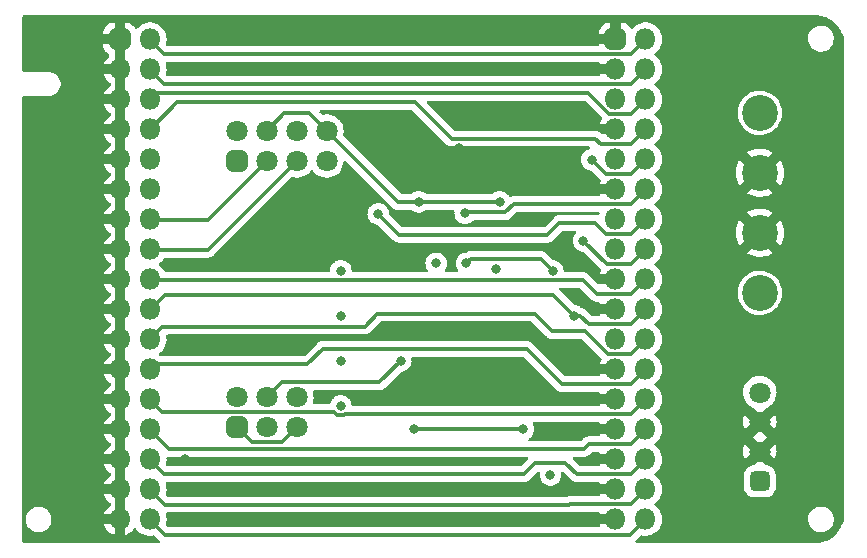
<source format=gbr>
%TF.GenerationSoftware,KiCad,Pcbnew,(6.0.5)*%
%TF.CreationDate,2023-02-06T04:07:19+00:00*%
%TF.ProjectId,AutoFloppySwitcher,4175746f-466c-46f7-9070-795377697463,rev?*%
%TF.SameCoordinates,Original*%
%TF.FileFunction,Copper,L3,Inr*%
%TF.FilePolarity,Positive*%
%FSLAX46Y46*%
G04 Gerber Fmt 4.6, Leading zero omitted, Abs format (unit mm)*
G04 Created by KiCad (PCBNEW (6.0.5)) date 2023-02-06 04:07:19*
%MOMM*%
%LPD*%
G01*
G04 APERTURE LIST*
G04 Aperture macros list*
%AMRoundRect*
0 Rectangle with rounded corners*
0 $1 Rounding radius*
0 $2 $3 $4 $5 $6 $7 $8 $9 X,Y pos of 4 corners*
0 Add a 4 corners polygon primitive as box body*
4,1,4,$2,$3,$4,$5,$6,$7,$8,$9,$2,$3,0*
0 Add four circle primitives for the rounded corners*
1,1,$1+$1,$2,$3*
1,1,$1+$1,$4,$5*
1,1,$1+$1,$6,$7*
1,1,$1+$1,$8,$9*
0 Add four rect primitives between the rounded corners*
20,1,$1+$1,$2,$3,$4,$5,0*
20,1,$1+$1,$4,$5,$6,$7,0*
20,1,$1+$1,$6,$7,$8,$9,0*
20,1,$1+$1,$8,$9,$2,$3,0*%
G04 Aperture macros list end*
%TA.AperFunction,ComponentPad*%
%ADD10RoundRect,0.450000X0.450000X-0.450000X0.450000X0.450000X-0.450000X0.450000X-0.450000X-0.450000X0*%
%TD*%
%TA.AperFunction,ComponentPad*%
%ADD11C,1.800000*%
%TD*%
%TA.AperFunction,ComponentPad*%
%ADD12C,3.040000*%
%TD*%
%TA.AperFunction,ComponentPad*%
%ADD13RoundRect,0.450000X-0.450000X-0.450000X0.450000X-0.450000X0.450000X0.450000X-0.450000X0.450000X0*%
%TD*%
%TA.AperFunction,ComponentPad*%
%ADD14O,1.800000X1.800000*%
%TD*%
%TA.AperFunction,ComponentPad*%
%ADD15RoundRect,0.425000X0.425000X-0.425000X0.425000X0.425000X-0.425000X0.425000X-0.425000X-0.425000X0*%
%TD*%
%TA.AperFunction,ViaPad*%
%ADD16C,0.800000*%
%TD*%
%TA.AperFunction,Conductor*%
%ADD17C,0.300000*%
%TD*%
%TA.AperFunction,Conductor*%
%ADD18C,0.350000*%
%TD*%
G04 APERTURE END LIST*
D10*
%TO.N,Net-(C1-Pad1)*%
%TO.C,SW1*%
X101722000Y-92232500D03*
D11*
%TO.N,GND*%
X104262000Y-92232500D03*
%TO.N,Net-(C1-Pad1)*%
X106802000Y-92232500D03*
%TO.N,Floppy-Drive-A*%
X101722000Y-89692500D03*
%TO.N,Net-(R5-Pad2)*%
X104262000Y-89692500D03*
%TO.N,Floppy-Drive-B*%
X106802000Y-89692500D03*
%TD*%
D12*
%TO.N,+5V*%
%TO.C,J3*%
X146000000Y-80855500D03*
%TO.N,GND*%
X146000000Y-75775500D03*
X146000000Y-70695500D03*
%TO.N,+12V*%
X146000000Y-65615500D03*
%TD*%
D10*
%TO.N,{slash}MOTEA-IN*%
%TO.C,J1*%
X101722000Y-69690000D03*
D11*
%TO.N,{slash}MOTOR-IN*%
X101722000Y-67150000D03*
%TO.N,{slash}DRVSA-IN*%
X104262000Y-69690000D03*
%TO.N,{slash}DRVSEL-IN*%
X104262000Y-67150000D03*
%TO.N,{slash}MOTEB-IN*%
X106802000Y-69690000D03*
%TO.N,{slash}MOTOR-IN*%
X106802000Y-67150000D03*
%TO.N,{slash}DRBSB-IN*%
X109342000Y-69690000D03*
%TO.N,{slash}DRVSEL-IN*%
X109342000Y-67150000D03*
%TD*%
D13*
%TO.N,GND*%
%TO.C,U3*%
X133771000Y-59372500D03*
D14*
%TO.N,{slash}REDWC*%
X136311000Y-59372500D03*
%TO.N,GND*%
X133771000Y-61912500D03*
%TO.N,N{slash}C 1*%
X136311000Y-61912500D03*
%TO.N,GND*%
X133771000Y-64452500D03*
%TO.N,N{slash}C 2*%
X136311000Y-64452500D03*
%TO.N,GND*%
X133771000Y-66992500D03*
%TO.N,{slash}INDEX*%
X136311000Y-66992500D03*
%TO.N,GND*%
X133771000Y-69532500D03*
%TO.N,{slash}MOTEA-OUT*%
X136311000Y-69532500D03*
%TO.N,GND*%
X133771000Y-72072500D03*
%TO.N,{slash}DRBSB-OUT*%
X136311000Y-72072500D03*
%TO.N,GND*%
X133771000Y-74612500D03*
%TO.N,{slash}DRVSA-OUT*%
X136311000Y-74612500D03*
%TO.N,GND*%
X133771000Y-77152500D03*
%TO.N,{slash}MOTEB-OUT*%
X136311000Y-77152500D03*
%TO.N,GND*%
X133771000Y-79692500D03*
%TO.N,{slash}DIR*%
X136311000Y-79692500D03*
%TO.N,GND*%
X133771000Y-82232500D03*
%TO.N,{slash}STEP*%
X136311000Y-82232500D03*
%TO.N,GND*%
X133771000Y-84772500D03*
%TO.N,{slash}WDATE*%
X136311000Y-84772500D03*
%TO.N,GND*%
X133771000Y-87312500D03*
%TO.N,{slash}WGATE*%
X136311000Y-87312500D03*
%TO.N,GND*%
X133771000Y-89852500D03*
%TO.N,{slash}TRK00*%
X136311000Y-89852500D03*
%TO.N,GND*%
X133771000Y-92392500D03*
%TO.N,{slash}WPT*%
X136311000Y-92392500D03*
%TO.N,GND*%
X133771000Y-94932500D03*
%TO.N,{slash}RDATA*%
X136311000Y-94932500D03*
%TO.N,GND*%
X133771000Y-97472500D03*
%TO.N,{slash}SIDE1*%
X136311000Y-97472500D03*
%TO.N,GND*%
X133771000Y-100012500D03*
%TO.N,{slash}DSKCHG*%
X136311000Y-100012500D03*
%TD*%
D13*
%TO.N,GND*%
%TO.C,U2*%
X91816000Y-59372500D03*
D14*
%TO.N,{slash}REDWC*%
X94356000Y-59372500D03*
%TO.N,GND*%
X91816000Y-61912500D03*
%TO.N,N{slash}C 1*%
X94356000Y-61912500D03*
%TO.N,GND*%
X91816000Y-64452500D03*
%TO.N,N{slash}C 2*%
X94356000Y-64452500D03*
%TO.N,GND*%
X91816000Y-66992500D03*
%TO.N,{slash}INDEX*%
X94356000Y-66992500D03*
%TO.N,GND*%
X91816000Y-69532500D03*
%TO.N,{slash}MOTEA-IN*%
X94356000Y-69532500D03*
%TO.N,GND*%
X91816000Y-72072500D03*
%TO.N,{slash}DRBSB-IN*%
X94356000Y-72072500D03*
%TO.N,GND*%
X91816000Y-74612500D03*
%TO.N,{slash}DRVSA-IN*%
X94356000Y-74612500D03*
%TO.N,GND*%
X91816000Y-77152500D03*
%TO.N,{slash}MOTEB-IN*%
X94356000Y-77152500D03*
%TO.N,GND*%
X91816000Y-79692500D03*
%TO.N,{slash}DIR*%
X94356000Y-79692500D03*
%TO.N,GND*%
X91816000Y-82232500D03*
%TO.N,{slash}STEP*%
X94356000Y-82232500D03*
%TO.N,GND*%
X91816000Y-84772500D03*
%TO.N,{slash}WDATE*%
X94356000Y-84772500D03*
%TO.N,GND*%
X91816000Y-87312500D03*
%TO.N,{slash}WGATE*%
X94356000Y-87312500D03*
%TO.N,GND*%
X91816000Y-89852500D03*
%TO.N,{slash}TRK00*%
X94356000Y-89852500D03*
%TO.N,GND*%
X91816000Y-92392500D03*
%TO.N,{slash}WPT*%
X94356000Y-92392500D03*
%TO.N,GND*%
X91816000Y-94932500D03*
%TO.N,{slash}RDATA*%
X94356000Y-94932500D03*
%TO.N,GND*%
X91816000Y-97472500D03*
%TO.N,{slash}SIDE1*%
X94356000Y-97472500D03*
%TO.N,GND*%
X91816000Y-100012500D03*
%TO.N,{slash}DSKCHG*%
X94356000Y-100012500D03*
%TD*%
D15*
%TO.N,+5V*%
%TO.C,J2*%
X146000000Y-96807500D03*
D11*
%TO.N,GND*%
X146000000Y-94307500D03*
X146000000Y-91807500D03*
%TO.N,+12V*%
X146000000Y-89307500D03*
%TD*%
D16*
%TO.N,{slash}DRVSEL-IN*%
X123984000Y-73152000D03*
X117126000Y-73152000D03*
%TO.N,GND*%
X97332800Y-97472500D03*
X97332800Y-100012500D03*
X128524000Y-69596000D03*
X120555000Y-68580000D03*
X97332800Y-94932500D03*
%TO.N,{slash}MOTEA-OUT*%
X131775200Y-69596000D03*
%TO.N,+5V*%
X123698000Y-78867000D03*
X118599200Y-78359000D03*
X110522000Y-82800000D03*
X128270000Y-96266000D03*
X110522000Y-86600000D03*
X110522000Y-90424000D03*
X110522000Y-78994000D03*
%TO.N,/555-Release*%
X121158000Y-78359000D03*
X128473200Y-79006500D03*
%TO.N,/DSKCHG-Pulldown*%
X125984000Y-92405200D03*
X116738400Y-92405200D03*
%TO.N,{slash}DRVSA-OUT*%
X113690400Y-74168000D03*
%TO.N,{slash}DRBSB-OUT*%
X121056400Y-74117200D03*
%TO.N,{slash}STEP*%
X130286511Y-82804000D03*
%TO.N,{slash}MOTEB-OUT*%
X131064000Y-76454000D03*
%TO.N,Net-(R5-Pad2)*%
X115602000Y-86614000D03*
%TD*%
D17*
%TO.N,Net-(C1-Pad1)*%
X103012300Y-93522800D02*
X105511700Y-93522800D01*
X105511700Y-93522800D02*
X106802000Y-92232500D01*
X101722000Y-92232500D02*
X103012300Y-93522800D01*
%TO.N,{slash}DRVSA-IN*%
X104262000Y-69690000D02*
X99276000Y-74676000D01*
X99276000Y-74676000D02*
X94356000Y-74676000D01*
D18*
%TO.N,{slash}DRVSEL-IN*%
X107848500Y-65659000D02*
X115341500Y-73152000D01*
X105755500Y-65659000D02*
X107848500Y-65659000D01*
X115341500Y-73152000D02*
X117126000Y-73152000D01*
X104262000Y-67152500D02*
X105755500Y-65659000D01*
X117126000Y-73152000D02*
X123984000Y-73152000D01*
D17*
%TO.N,{slash}MOTEB-IN*%
X94356000Y-77216000D02*
X99276000Y-77216000D01*
X99276000Y-77216000D02*
X106802000Y-69690000D01*
%TO.N,{slash}MOTEA-OUT*%
X132989200Y-70810000D02*
X135092000Y-70810000D01*
X131775200Y-69596000D02*
X132989200Y-70810000D01*
X135092000Y-70810000D02*
X136311000Y-69591000D01*
%TO.N,/555-Release*%
X127444700Y-77978000D02*
X121539000Y-77978000D01*
X128473200Y-79006500D02*
X127444700Y-77978000D01*
X121539000Y-77978000D02*
X121158000Y-78359000D01*
%TO.N,/DSKCHG-Pulldown*%
X116738400Y-92405200D02*
X125984000Y-92405200D01*
%TO.N,{slash}DSKCHG*%
X94356000Y-100076000D02*
X95626000Y-101346000D01*
X95626000Y-101346000D02*
X135036000Y-101346000D01*
X135036000Y-101346000D02*
X136311000Y-100071000D01*
%TO.N,{slash}DRVSA-OUT*%
X113690400Y-74168000D02*
X115468400Y-75946000D01*
X132044462Y-74930000D02*
X132994462Y-75880000D01*
X132994462Y-75880000D02*
X135102000Y-75880000D01*
X115468400Y-75946000D02*
X128016000Y-75946000D01*
X129032000Y-74930000D02*
X132044462Y-74930000D01*
X128016000Y-75946000D02*
X129032000Y-74930000D01*
X135102000Y-75880000D02*
X136311000Y-74671000D01*
%TO.N,{slash}DRBSB-OUT*%
X124460000Y-74041000D02*
X125151000Y-73350000D01*
X121056400Y-74117200D02*
X121132600Y-74041000D01*
X125151000Y-73350000D02*
X135092000Y-73350000D01*
X135092000Y-73350000D02*
X136311000Y-72131000D01*
X121132600Y-74041000D02*
X124460000Y-74041000D01*
%TO.N,{slash}STEP*%
X130286511Y-82804000D02*
X128524000Y-81041489D01*
X95610511Y-81041489D02*
X94356000Y-82296000D01*
X130810000Y-82804000D02*
X131506000Y-83500000D01*
X128524000Y-81041489D02*
X95610511Y-81041489D01*
X135102000Y-83500000D02*
X136311000Y-82291000D01*
X130286511Y-82804000D02*
X130810000Y-82804000D01*
X131506000Y-83500000D02*
X135102000Y-83500000D01*
%TO.N,{slash}MOTEB-OUT*%
X133035000Y-78425000D02*
X135097000Y-78425000D01*
X135097000Y-78425000D02*
X136311000Y-77211000D01*
X131064000Y-76454000D02*
X133035000Y-78425000D01*
%TO.N,{slash}REDWC*%
X94356000Y-59436000D02*
X95560000Y-60640000D01*
X135102000Y-60640000D02*
X136311000Y-59431000D01*
X95560000Y-60640000D02*
X135102000Y-60640000D01*
%TO.N,{slash}INDEX*%
X135102000Y-68260000D02*
X136311000Y-67051000D01*
X116813976Y-64720000D02*
X119904014Y-67810038D01*
X96692000Y-64720000D02*
X116813976Y-64720000D01*
X94356000Y-67056000D02*
X96692000Y-64720000D01*
X132522000Y-68260000D02*
X135102000Y-68260000D01*
X132072038Y-67810038D02*
X132522000Y-68260000D01*
X119904014Y-67810038D02*
X132072038Y-67810038D01*
%TO.N,{slash}DIR*%
X94356000Y-79756000D02*
X131013200Y-79756000D01*
X135112000Y-80950000D02*
X136311000Y-79751000D01*
X132207200Y-80950000D02*
X135112000Y-80950000D01*
X131013200Y-79756000D02*
X132207200Y-80950000D01*
%TO.N,{slash}WDATE*%
X113620000Y-82620000D02*
X112530000Y-83710000D01*
X135092000Y-86050000D02*
X133141600Y-86050000D01*
X136311000Y-84831000D02*
X135092000Y-86050000D01*
X128444800Y-84124800D02*
X126940000Y-82620000D01*
X131216400Y-84124800D02*
X128444800Y-84124800D01*
X126940000Y-82620000D02*
X113620000Y-82620000D01*
X95418500Y-83710000D02*
X94356000Y-84772500D01*
X133141600Y-86050000D02*
X131216400Y-84124800D01*
X112530000Y-83710000D02*
X95418500Y-83710000D01*
%TO.N,{slash}WGATE*%
X135102000Y-88580000D02*
X136311000Y-87371000D01*
X126248000Y-85598000D02*
X129230000Y-88580000D01*
X107690000Y-86890000D02*
X108982000Y-85598000D01*
X129230000Y-88580000D02*
X135102000Y-88580000D01*
X94842000Y-86890000D02*
X107690000Y-86890000D01*
X108982000Y-85598000D02*
X126248000Y-85598000D01*
X94356000Y-87376000D02*
X94842000Y-86890000D01*
%TO.N,{slash}TRK00*%
X135102000Y-91120000D02*
X136311000Y-89911000D01*
X95382011Y-90942011D02*
X109980041Y-90942011D01*
X110885970Y-91120000D02*
X135102000Y-91120000D01*
X94356000Y-89916000D02*
X95382011Y-90942011D01*
X109980041Y-90942011D02*
X110211541Y-91173511D01*
X110211541Y-91173511D02*
X110832459Y-91173511D01*
X110832459Y-91173511D02*
X110885970Y-91120000D01*
%TO.N,{slash}WPT*%
X94356000Y-92456000D02*
X95981600Y-94081600D01*
X135128000Y-93675200D02*
X136311000Y-92492200D01*
X131521200Y-93675200D02*
X135128000Y-93675200D01*
X131114800Y-94081600D02*
X131521200Y-93675200D01*
X136311000Y-92492200D02*
X136311000Y-92451000D01*
X95981600Y-94081600D02*
X131114800Y-94081600D01*
%TO.N,{slash}RDATA*%
X127000000Y-95250000D02*
X126050000Y-96200000D01*
X94356000Y-94996000D02*
X95560000Y-96200000D01*
X130495000Y-96200000D02*
X129545000Y-95250000D01*
X135102000Y-96200000D02*
X136311000Y-94991000D01*
X129545000Y-95250000D02*
X127000000Y-95250000D01*
X130495000Y-96200000D02*
X135102000Y-96200000D01*
X95560000Y-96200000D02*
X126050000Y-96200000D01*
%TO.N,{slash}SIDE1*%
X129903970Y-98740000D02*
X135102000Y-98740000D01*
X95613511Y-98793511D02*
X129850459Y-98793511D01*
X129850459Y-98793511D02*
X129903970Y-98740000D01*
X94356000Y-97536000D02*
X95613511Y-98793511D01*
X135102000Y-98740000D02*
X136311000Y-97531000D01*
%TO.N,Net-(R5-Pad2)*%
X104262000Y-89692500D02*
X105511511Y-88442989D01*
X105511511Y-88442989D02*
X113773011Y-88442989D01*
X113773011Y-88442989D02*
X115602000Y-86614000D01*
%TO.N,N{slash}C 1*%
X95560000Y-63180000D02*
X135102000Y-63180000D01*
X94356000Y-61976000D02*
X95560000Y-63180000D01*
X135102000Y-63180000D02*
X136311000Y-61971000D01*
%TO.N,N{slash}C 2*%
X131491424Y-63940000D02*
X133253435Y-65702011D01*
X135119989Y-65702011D02*
X136311000Y-64511000D01*
X133253435Y-65702011D02*
X135119989Y-65702011D01*
X94356000Y-64516000D02*
X94932000Y-63940000D01*
X94932000Y-63940000D02*
X131491424Y-63940000D01*
%TD*%
%TA.AperFunction,Conductor*%
%TO.N,GND*%
G36*
X92964000Y-58262561D02*
G01*
X92950935Y-58246542D01*
X92941962Y-58237569D01*
X92801024Y-58122623D01*
X92790426Y-58115635D01*
X92629262Y-58031381D01*
X92617467Y-58026663D01*
X92442286Y-57976431D01*
X92430549Y-57974245D01*
X92324155Y-57964749D01*
X92318560Y-57964500D01*
X92234115Y-57964500D01*
X92218876Y-57968975D01*
X92217671Y-57970365D01*
X92216000Y-57978048D01*
X92216000Y-101344459D01*
X92219973Y-101357990D01*
X92227617Y-101359089D01*
X92326552Y-101329407D01*
X92336159Y-101325641D01*
X92534778Y-101228338D01*
X92543636Y-101223059D01*
X92723716Y-101094609D01*
X92731578Y-101087965D01*
X92888260Y-100931829D01*
X92894937Y-100923984D01*
X92964000Y-100827872D01*
X92964000Y-102034000D01*
X83692000Y-102034000D01*
X83623879Y-102013998D01*
X83577386Y-101960342D01*
X83566000Y-101908000D01*
X83566000Y-99989281D01*
X83849468Y-99989281D01*
X83859036Y-100196002D01*
X83860440Y-100201827D01*
X83860440Y-100201828D01*
X83886792Y-100311171D01*
X83907521Y-100397185D01*
X83910003Y-100402643D01*
X83910004Y-100402647D01*
X83924779Y-100435142D01*
X83993174Y-100585569D01*
X84112905Y-100754358D01*
X84117228Y-100758496D01*
X84117232Y-100758501D01*
X84258062Y-100893316D01*
X84262392Y-100897461D01*
X84267427Y-100900712D01*
X84431206Y-101006463D01*
X84431209Y-101006464D01*
X84436243Y-101009715D01*
X84628184Y-101087070D01*
X84634065Y-101088218D01*
X84634070Y-101088220D01*
X84826844Y-101125866D01*
X84826847Y-101125866D01*
X84831290Y-101126734D01*
X84836729Y-101127000D01*
X84989304Y-101127000D01*
X85143607Y-101112278D01*
X85212749Y-101091994D01*
X85336427Y-101055711D01*
X85336429Y-101055710D01*
X85342180Y-101054023D01*
X85347514Y-101051276D01*
X85520825Y-100962016D01*
X85520828Y-100962014D01*
X85526156Y-100959270D01*
X85688894Y-100831437D01*
X85824524Y-100675137D01*
X85928152Y-100496010D01*
X85952302Y-100426466D01*
X90465902Y-100426466D01*
X90466687Y-100429946D01*
X90469771Y-100439787D01*
X90552989Y-100644726D01*
X90557629Y-100653913D01*
X90673208Y-100842522D01*
X90679286Y-100850826D01*
X90824113Y-101018019D01*
X90831475Y-101025228D01*
X91001660Y-101166518D01*
X91010099Y-101172427D01*
X91201077Y-101284025D01*
X91210364Y-101288475D01*
X91399078Y-101360538D01*
X91413134Y-101361653D01*
X91416000Y-101356501D01*
X91416000Y-100430615D01*
X91411525Y-100415376D01*
X91410135Y-100414171D01*
X91402452Y-100412500D01*
X90480870Y-100412500D01*
X90467339Y-100416473D01*
X90465902Y-100426466D01*
X85952302Y-100426466D01*
X85996038Y-100300519D01*
X86010348Y-100201828D01*
X86024871Y-100101659D01*
X86024871Y-100101656D01*
X86025732Y-100095719D01*
X86016164Y-99888998D01*
X85967679Y-99687815D01*
X85933436Y-99612500D01*
X85895764Y-99529646D01*
X85882026Y-99499431D01*
X85762295Y-99330642D01*
X85757972Y-99326504D01*
X85757968Y-99326499D01*
X85617138Y-99191684D01*
X85612808Y-99187539D01*
X85507656Y-99119643D01*
X85443994Y-99078537D01*
X85443991Y-99078536D01*
X85438957Y-99075285D01*
X85247016Y-98997930D01*
X85241135Y-98996782D01*
X85241130Y-98996780D01*
X85048356Y-98959134D01*
X85048353Y-98959134D01*
X85043910Y-98958266D01*
X85038471Y-98958000D01*
X84885896Y-98958000D01*
X84731593Y-98972722D01*
X84725839Y-98974410D01*
X84538773Y-99029289D01*
X84538771Y-99029290D01*
X84533020Y-99030977D01*
X84527687Y-99033723D01*
X84527686Y-99033724D01*
X84354375Y-99122984D01*
X84354372Y-99122986D01*
X84349044Y-99125730D01*
X84186306Y-99253563D01*
X84050676Y-99409863D01*
X83947048Y-99588990D01*
X83879162Y-99784481D01*
X83878302Y-99790414D01*
X83878301Y-99790417D01*
X83851108Y-99977969D01*
X83849468Y-99989281D01*
X83566000Y-99989281D01*
X83566000Y-97886466D01*
X90465902Y-97886466D01*
X90466687Y-97889946D01*
X90469771Y-97899787D01*
X90552989Y-98104726D01*
X90557629Y-98113913D01*
X90673208Y-98302522D01*
X90679286Y-98310826D01*
X90824113Y-98478019D01*
X90831475Y-98485228D01*
X91001661Y-98626519D01*
X91010095Y-98632425D01*
X91014408Y-98634945D01*
X91063131Y-98686584D01*
X91076202Y-98756367D01*
X91049470Y-98822139D01*
X91026490Y-98844493D01*
X90882123Y-98952886D01*
X90874416Y-98959729D01*
X90721600Y-99119643D01*
X90715113Y-99127653D01*
X90590474Y-99310367D01*
X90585376Y-99319341D01*
X90492252Y-99519959D01*
X90488689Y-99529646D01*
X90470553Y-99595040D01*
X90470766Y-99609144D01*
X90478417Y-99612500D01*
X91397885Y-99612500D01*
X91413124Y-99608025D01*
X91414329Y-99606635D01*
X91416000Y-99598952D01*
X91416000Y-97890615D01*
X91411525Y-97875376D01*
X91410135Y-97874171D01*
X91402452Y-97872500D01*
X90480870Y-97872500D01*
X90467339Y-97876473D01*
X90465902Y-97886466D01*
X83566000Y-97886466D01*
X83566000Y-95346466D01*
X90465902Y-95346466D01*
X90466687Y-95349946D01*
X90469771Y-95359787D01*
X90552989Y-95564726D01*
X90557629Y-95573913D01*
X90673208Y-95762522D01*
X90679286Y-95770826D01*
X90824113Y-95938019D01*
X90831475Y-95945228D01*
X91001661Y-96086519D01*
X91010095Y-96092425D01*
X91014408Y-96094945D01*
X91063131Y-96146584D01*
X91076202Y-96216367D01*
X91049470Y-96282139D01*
X91026490Y-96304493D01*
X90882123Y-96412886D01*
X90874416Y-96419729D01*
X90721600Y-96579643D01*
X90715113Y-96587653D01*
X90590474Y-96770367D01*
X90585376Y-96779341D01*
X90492252Y-96979959D01*
X90488689Y-96989646D01*
X90470553Y-97055040D01*
X90470766Y-97069144D01*
X90478417Y-97072500D01*
X91397885Y-97072500D01*
X91413124Y-97068025D01*
X91414329Y-97066635D01*
X91416000Y-97058952D01*
X91416000Y-95350615D01*
X91411525Y-95335376D01*
X91410135Y-95334171D01*
X91402452Y-95332500D01*
X90480870Y-95332500D01*
X90467339Y-95336473D01*
X90465902Y-95346466D01*
X83566000Y-95346466D01*
X83566000Y-92806466D01*
X90465902Y-92806466D01*
X90466687Y-92809946D01*
X90469771Y-92819787D01*
X90552989Y-93024726D01*
X90557629Y-93033913D01*
X90673208Y-93222522D01*
X90679286Y-93230826D01*
X90824113Y-93398019D01*
X90831475Y-93405228D01*
X91001661Y-93546519D01*
X91010095Y-93552425D01*
X91014408Y-93554945D01*
X91063131Y-93606584D01*
X91076202Y-93676367D01*
X91049470Y-93742139D01*
X91026490Y-93764493D01*
X90882123Y-93872886D01*
X90874416Y-93879729D01*
X90721600Y-94039643D01*
X90715113Y-94047653D01*
X90590474Y-94230367D01*
X90585376Y-94239341D01*
X90492252Y-94439959D01*
X90488689Y-94449646D01*
X90470553Y-94515040D01*
X90470766Y-94529144D01*
X90478417Y-94532500D01*
X91397885Y-94532500D01*
X91413124Y-94528025D01*
X91414329Y-94526635D01*
X91416000Y-94518952D01*
X91416000Y-92810615D01*
X91411525Y-92795376D01*
X91410135Y-92794171D01*
X91402452Y-92792500D01*
X90480870Y-92792500D01*
X90467339Y-92796473D01*
X90465902Y-92806466D01*
X83566000Y-92806466D01*
X83566000Y-90266466D01*
X90465902Y-90266466D01*
X90466687Y-90269946D01*
X90469771Y-90279787D01*
X90552989Y-90484726D01*
X90557629Y-90493913D01*
X90673208Y-90682522D01*
X90679286Y-90690826D01*
X90824113Y-90858019D01*
X90831475Y-90865228D01*
X91001661Y-91006519D01*
X91010095Y-91012425D01*
X91014408Y-91014945D01*
X91063131Y-91066584D01*
X91076202Y-91136367D01*
X91049470Y-91202139D01*
X91026490Y-91224493D01*
X90882123Y-91332886D01*
X90874416Y-91339729D01*
X90721600Y-91499643D01*
X90715113Y-91507653D01*
X90590474Y-91690367D01*
X90585376Y-91699341D01*
X90492252Y-91899959D01*
X90488689Y-91909646D01*
X90470553Y-91975040D01*
X90470766Y-91989144D01*
X90478417Y-91992500D01*
X91397885Y-91992500D01*
X91413124Y-91988025D01*
X91414329Y-91986635D01*
X91416000Y-91978952D01*
X91416000Y-90270615D01*
X91411525Y-90255376D01*
X91410135Y-90254171D01*
X91402452Y-90252500D01*
X90480870Y-90252500D01*
X90467339Y-90256473D01*
X90465902Y-90266466D01*
X83566000Y-90266466D01*
X83566000Y-87726466D01*
X90465902Y-87726466D01*
X90466687Y-87729946D01*
X90469771Y-87739787D01*
X90552989Y-87944726D01*
X90557629Y-87953913D01*
X90673208Y-88142522D01*
X90679286Y-88150826D01*
X90824113Y-88318019D01*
X90831475Y-88325228D01*
X91001661Y-88466519D01*
X91010095Y-88472425D01*
X91014408Y-88474945D01*
X91063131Y-88526584D01*
X91076202Y-88596367D01*
X91049470Y-88662139D01*
X91026490Y-88684493D01*
X90882123Y-88792886D01*
X90874416Y-88799729D01*
X90721600Y-88959643D01*
X90715113Y-88967653D01*
X90590474Y-89150367D01*
X90585376Y-89159341D01*
X90492252Y-89359959D01*
X90488689Y-89369646D01*
X90470553Y-89435040D01*
X90470766Y-89449144D01*
X90478417Y-89452500D01*
X91397885Y-89452500D01*
X91413124Y-89448025D01*
X91414329Y-89446635D01*
X91416000Y-89438952D01*
X91416000Y-87730615D01*
X91411525Y-87715376D01*
X91410135Y-87714171D01*
X91402452Y-87712500D01*
X90480870Y-87712500D01*
X90467339Y-87716473D01*
X90465902Y-87726466D01*
X83566000Y-87726466D01*
X83566000Y-85186466D01*
X90465902Y-85186466D01*
X90466687Y-85189946D01*
X90469771Y-85199787D01*
X90552989Y-85404726D01*
X90557629Y-85413913D01*
X90673208Y-85602522D01*
X90679286Y-85610826D01*
X90824113Y-85778019D01*
X90831475Y-85785228D01*
X91001661Y-85926519D01*
X91010095Y-85932425D01*
X91014408Y-85934945D01*
X91063131Y-85986584D01*
X91076202Y-86056367D01*
X91049470Y-86122139D01*
X91026490Y-86144493D01*
X90882123Y-86252886D01*
X90874416Y-86259729D01*
X90721600Y-86419643D01*
X90715113Y-86427653D01*
X90590474Y-86610367D01*
X90585376Y-86619341D01*
X90492252Y-86819959D01*
X90488689Y-86829646D01*
X90470553Y-86895040D01*
X90470766Y-86909144D01*
X90478417Y-86912500D01*
X91397885Y-86912500D01*
X91413124Y-86908025D01*
X91414329Y-86906635D01*
X91416000Y-86898952D01*
X91416000Y-85190615D01*
X91411525Y-85175376D01*
X91410135Y-85174171D01*
X91402452Y-85172500D01*
X90480870Y-85172500D01*
X90467339Y-85176473D01*
X90465902Y-85186466D01*
X83566000Y-85186466D01*
X83566000Y-82646466D01*
X90465902Y-82646466D01*
X90466687Y-82649946D01*
X90469771Y-82659787D01*
X90552989Y-82864726D01*
X90557629Y-82873913D01*
X90673208Y-83062522D01*
X90679286Y-83070826D01*
X90824113Y-83238019D01*
X90831475Y-83245228D01*
X91001661Y-83386519D01*
X91010095Y-83392425D01*
X91014408Y-83394945D01*
X91063131Y-83446584D01*
X91076202Y-83516367D01*
X91049470Y-83582139D01*
X91026490Y-83604493D01*
X90882123Y-83712886D01*
X90874416Y-83719729D01*
X90721600Y-83879643D01*
X90715113Y-83887653D01*
X90590474Y-84070367D01*
X90585376Y-84079341D01*
X90492252Y-84279959D01*
X90488689Y-84289646D01*
X90470553Y-84355040D01*
X90470766Y-84369144D01*
X90478417Y-84372500D01*
X91397885Y-84372500D01*
X91413124Y-84368025D01*
X91414329Y-84366635D01*
X91416000Y-84358952D01*
X91416000Y-82650615D01*
X91411525Y-82635376D01*
X91410135Y-82634171D01*
X91402452Y-82632500D01*
X90480870Y-82632500D01*
X90467339Y-82636473D01*
X90465902Y-82646466D01*
X83566000Y-82646466D01*
X83566000Y-80106466D01*
X90465902Y-80106466D01*
X90466687Y-80109946D01*
X90469771Y-80119787D01*
X90552989Y-80324726D01*
X90557629Y-80333913D01*
X90673208Y-80522522D01*
X90679286Y-80530826D01*
X90824113Y-80698019D01*
X90831475Y-80705228D01*
X91001661Y-80846519D01*
X91010095Y-80852425D01*
X91014408Y-80854945D01*
X91063131Y-80906584D01*
X91076202Y-80976367D01*
X91049470Y-81042139D01*
X91026490Y-81064493D01*
X90882123Y-81172886D01*
X90874416Y-81179729D01*
X90721600Y-81339643D01*
X90715113Y-81347653D01*
X90590474Y-81530367D01*
X90585376Y-81539341D01*
X90492252Y-81739959D01*
X90488689Y-81749646D01*
X90470553Y-81815040D01*
X90470766Y-81829144D01*
X90478417Y-81832500D01*
X91397885Y-81832500D01*
X91413124Y-81828025D01*
X91414329Y-81826635D01*
X91416000Y-81818952D01*
X91416000Y-80110615D01*
X91411525Y-80095376D01*
X91410135Y-80094171D01*
X91402452Y-80092500D01*
X90480870Y-80092500D01*
X90467339Y-80096473D01*
X90465902Y-80106466D01*
X83566000Y-80106466D01*
X83566000Y-77566466D01*
X90465902Y-77566466D01*
X90466687Y-77569946D01*
X90469771Y-77579787D01*
X90552989Y-77784726D01*
X90557629Y-77793913D01*
X90673208Y-77982522D01*
X90679286Y-77990826D01*
X90824113Y-78158019D01*
X90831475Y-78165228D01*
X91001661Y-78306519D01*
X91010095Y-78312425D01*
X91014408Y-78314945D01*
X91063131Y-78366584D01*
X91076202Y-78436367D01*
X91049470Y-78502139D01*
X91026490Y-78524493D01*
X90882123Y-78632886D01*
X90874416Y-78639729D01*
X90721600Y-78799643D01*
X90715113Y-78807653D01*
X90590474Y-78990367D01*
X90585376Y-78999341D01*
X90492252Y-79199959D01*
X90488689Y-79209646D01*
X90470553Y-79275040D01*
X90470766Y-79289144D01*
X90478417Y-79292500D01*
X91397885Y-79292500D01*
X91413124Y-79288025D01*
X91414329Y-79286635D01*
X91416000Y-79278952D01*
X91416000Y-77570615D01*
X91411525Y-77555376D01*
X91410135Y-77554171D01*
X91402452Y-77552500D01*
X90480870Y-77552500D01*
X90467339Y-77556473D01*
X90465902Y-77566466D01*
X83566000Y-77566466D01*
X83566000Y-75026466D01*
X90465902Y-75026466D01*
X90466687Y-75029946D01*
X90469771Y-75039787D01*
X90552989Y-75244726D01*
X90557629Y-75253913D01*
X90673208Y-75442522D01*
X90679286Y-75450826D01*
X90824113Y-75618019D01*
X90831475Y-75625228D01*
X91001661Y-75766519D01*
X91010095Y-75772425D01*
X91014408Y-75774945D01*
X91063131Y-75826584D01*
X91076202Y-75896367D01*
X91049470Y-75962139D01*
X91026490Y-75984493D01*
X90882123Y-76092886D01*
X90874416Y-76099729D01*
X90721600Y-76259643D01*
X90715113Y-76267653D01*
X90590474Y-76450367D01*
X90585376Y-76459341D01*
X90492252Y-76659959D01*
X90488689Y-76669646D01*
X90470553Y-76735040D01*
X90470766Y-76749144D01*
X90478417Y-76752500D01*
X91397885Y-76752500D01*
X91413124Y-76748025D01*
X91414329Y-76746635D01*
X91416000Y-76738952D01*
X91416000Y-75030615D01*
X91411525Y-75015376D01*
X91410135Y-75014171D01*
X91402452Y-75012500D01*
X90480870Y-75012500D01*
X90467339Y-75016473D01*
X90465902Y-75026466D01*
X83566000Y-75026466D01*
X83566000Y-72486466D01*
X90465902Y-72486466D01*
X90466687Y-72489946D01*
X90469771Y-72499787D01*
X90552989Y-72704726D01*
X90557629Y-72713913D01*
X90673208Y-72902522D01*
X90679286Y-72910826D01*
X90824113Y-73078019D01*
X90831475Y-73085228D01*
X91001661Y-73226519D01*
X91010095Y-73232425D01*
X91014408Y-73234945D01*
X91063131Y-73286584D01*
X91076202Y-73356367D01*
X91049470Y-73422139D01*
X91026490Y-73444493D01*
X90882123Y-73552886D01*
X90874416Y-73559729D01*
X90721600Y-73719643D01*
X90715113Y-73727653D01*
X90590474Y-73910367D01*
X90585376Y-73919341D01*
X90492252Y-74119959D01*
X90488689Y-74129646D01*
X90470553Y-74195040D01*
X90470766Y-74209144D01*
X90478417Y-74212500D01*
X91397885Y-74212500D01*
X91413124Y-74208025D01*
X91414329Y-74206635D01*
X91416000Y-74198952D01*
X91416000Y-72490615D01*
X91411525Y-72475376D01*
X91410135Y-72474171D01*
X91402452Y-72472500D01*
X90480870Y-72472500D01*
X90467339Y-72476473D01*
X90465902Y-72486466D01*
X83566000Y-72486466D01*
X83566000Y-69946466D01*
X90465902Y-69946466D01*
X90466687Y-69949946D01*
X90469771Y-69959787D01*
X90552989Y-70164726D01*
X90557629Y-70173913D01*
X90673208Y-70362522D01*
X90679286Y-70370826D01*
X90824113Y-70538019D01*
X90831475Y-70545228D01*
X91001661Y-70686519D01*
X91010095Y-70692425D01*
X91014408Y-70694945D01*
X91063131Y-70746584D01*
X91076202Y-70816367D01*
X91049470Y-70882139D01*
X91026490Y-70904493D01*
X90882123Y-71012886D01*
X90874416Y-71019729D01*
X90721600Y-71179643D01*
X90715113Y-71187653D01*
X90590474Y-71370367D01*
X90585376Y-71379341D01*
X90492252Y-71579959D01*
X90488689Y-71589646D01*
X90470553Y-71655040D01*
X90470766Y-71669144D01*
X90478417Y-71672500D01*
X91397885Y-71672500D01*
X91413124Y-71668025D01*
X91414329Y-71666635D01*
X91416000Y-71658952D01*
X91416000Y-69950615D01*
X91411525Y-69935376D01*
X91410135Y-69934171D01*
X91402452Y-69932500D01*
X90480870Y-69932500D01*
X90467339Y-69936473D01*
X90465902Y-69946466D01*
X83566000Y-69946466D01*
X83566000Y-67406466D01*
X90465902Y-67406466D01*
X90466687Y-67409946D01*
X90469771Y-67419787D01*
X90552989Y-67624726D01*
X90557629Y-67633913D01*
X90673208Y-67822522D01*
X90679286Y-67830826D01*
X90824113Y-67998019D01*
X90831475Y-68005228D01*
X91001661Y-68146519D01*
X91010095Y-68152425D01*
X91014408Y-68154945D01*
X91063131Y-68206584D01*
X91076202Y-68276367D01*
X91049470Y-68342139D01*
X91026490Y-68364493D01*
X90882123Y-68472886D01*
X90874416Y-68479729D01*
X90721600Y-68639643D01*
X90715113Y-68647653D01*
X90590474Y-68830367D01*
X90585376Y-68839341D01*
X90492252Y-69039959D01*
X90488689Y-69049646D01*
X90470553Y-69115040D01*
X90470766Y-69129144D01*
X90478417Y-69132500D01*
X91397885Y-69132500D01*
X91413124Y-69128025D01*
X91414329Y-69126635D01*
X91416000Y-69118952D01*
X91416000Y-67410615D01*
X91411525Y-67395376D01*
X91410135Y-67394171D01*
X91402452Y-67392500D01*
X90480870Y-67392500D01*
X90467339Y-67396473D01*
X90465902Y-67406466D01*
X83566000Y-67406466D01*
X83566000Y-64866466D01*
X90465902Y-64866466D01*
X90466687Y-64869946D01*
X90469771Y-64879787D01*
X90552989Y-65084726D01*
X90557629Y-65093913D01*
X90673208Y-65282522D01*
X90679286Y-65290826D01*
X90824113Y-65458019D01*
X90831475Y-65465228D01*
X91001661Y-65606519D01*
X91010095Y-65612425D01*
X91014408Y-65614945D01*
X91063131Y-65666584D01*
X91076202Y-65736367D01*
X91049470Y-65802139D01*
X91026490Y-65824493D01*
X90882123Y-65932886D01*
X90874416Y-65939729D01*
X90721600Y-66099643D01*
X90715113Y-66107653D01*
X90590474Y-66290367D01*
X90585376Y-66299341D01*
X90492252Y-66499959D01*
X90488689Y-66509646D01*
X90470553Y-66575040D01*
X90470766Y-66589144D01*
X90478417Y-66592500D01*
X91397885Y-66592500D01*
X91413124Y-66588025D01*
X91414329Y-66586635D01*
X91416000Y-66578952D01*
X91416000Y-64870615D01*
X91411525Y-64855376D01*
X91410135Y-64854171D01*
X91402452Y-64852500D01*
X90480870Y-64852500D01*
X90467339Y-64856473D01*
X90465902Y-64866466D01*
X83566000Y-64866466D01*
X83566000Y-64317000D01*
X83586002Y-64248879D01*
X83639658Y-64202386D01*
X83692000Y-64191000D01*
X85731950Y-64191000D01*
X85752855Y-64192746D01*
X85767856Y-64195270D01*
X85767859Y-64195270D01*
X85772648Y-64196076D01*
X85778963Y-64196153D01*
X85780342Y-64196170D01*
X85780345Y-64196170D01*
X85785200Y-64196229D01*
X85790016Y-64195539D01*
X85790018Y-64195539D01*
X85800048Y-64194103D01*
X85806285Y-64193367D01*
X85965512Y-64178613D01*
X85965514Y-64178613D01*
X85971305Y-64178076D01*
X86151073Y-64126927D01*
X86318382Y-64043618D01*
X86467533Y-63930984D01*
X86593449Y-63792861D01*
X86691840Y-63633953D01*
X86759357Y-63459672D01*
X86793700Y-63275951D01*
X86793700Y-63089049D01*
X86759357Y-62905328D01*
X86691840Y-62731047D01*
X86593449Y-62572139D01*
X86467533Y-62434016D01*
X86325114Y-62326466D01*
X90465902Y-62326466D01*
X90466687Y-62329946D01*
X90469771Y-62339787D01*
X90552989Y-62544726D01*
X90557629Y-62553913D01*
X90673208Y-62742522D01*
X90679286Y-62750826D01*
X90824113Y-62918019D01*
X90831475Y-62925228D01*
X91001661Y-63066519D01*
X91010095Y-63072425D01*
X91014408Y-63074945D01*
X91063131Y-63126584D01*
X91076202Y-63196367D01*
X91049470Y-63262139D01*
X91026490Y-63284493D01*
X90882123Y-63392886D01*
X90874416Y-63399729D01*
X90721600Y-63559643D01*
X90715113Y-63567653D01*
X90590474Y-63750367D01*
X90585376Y-63759341D01*
X90492252Y-63959959D01*
X90488689Y-63969646D01*
X90470553Y-64035040D01*
X90470766Y-64049144D01*
X90478417Y-64052500D01*
X91397885Y-64052500D01*
X91413124Y-64048025D01*
X91414329Y-64046635D01*
X91416000Y-64038952D01*
X91416000Y-62330615D01*
X91411525Y-62315376D01*
X91410135Y-62314171D01*
X91402452Y-62312500D01*
X90480870Y-62312500D01*
X90467339Y-62316473D01*
X90465902Y-62326466D01*
X86325114Y-62326466D01*
X86318382Y-62321382D01*
X86151073Y-62238073D01*
X86056523Y-62211171D01*
X85976905Y-62188517D01*
X85976901Y-62188516D01*
X85971305Y-62186924D01*
X85827793Y-62173626D01*
X85818514Y-62172417D01*
X85802545Y-62169730D01*
X85802540Y-62169730D01*
X85797752Y-62168924D01*
X85791553Y-62168848D01*
X85790060Y-62168830D01*
X85790057Y-62168830D01*
X85785200Y-62168771D01*
X85759741Y-62172417D01*
X85757576Y-62172727D01*
X85739714Y-62174000D01*
X83692000Y-62174000D01*
X83623879Y-62153998D01*
X83577386Y-62100342D01*
X83566000Y-62048000D01*
X83566000Y-59875060D01*
X90408000Y-59875060D01*
X90408249Y-59880655D01*
X90417745Y-59987049D01*
X90419931Y-59998786D01*
X90470163Y-60173967D01*
X90474881Y-60185762D01*
X90559135Y-60346926D01*
X90566123Y-60357524D01*
X90681069Y-60498462D01*
X90690038Y-60507431D01*
X90830976Y-60622377D01*
X90841574Y-60629365D01*
X90864008Y-60641093D01*
X90915110Y-60690379D01*
X90931454Y-60759469D01*
X90907851Y-60826427D01*
X90885646Y-60849068D01*
X90885989Y-60849454D01*
X90874416Y-60859729D01*
X90721600Y-61019643D01*
X90715113Y-61027653D01*
X90590474Y-61210367D01*
X90585376Y-61219341D01*
X90492252Y-61419959D01*
X90488689Y-61429646D01*
X90470553Y-61495040D01*
X90470766Y-61509144D01*
X90478417Y-61512500D01*
X91397885Y-61512500D01*
X91413124Y-61508025D01*
X91414329Y-61506635D01*
X91416000Y-61498952D01*
X91416000Y-59790615D01*
X91411525Y-59775376D01*
X91410135Y-59774171D01*
X91402452Y-59772500D01*
X90426115Y-59772500D01*
X90410876Y-59776975D01*
X90409671Y-59778365D01*
X90408000Y-59786048D01*
X90408000Y-59875060D01*
X83566000Y-59875060D01*
X83566000Y-58954385D01*
X90408000Y-58954385D01*
X90412475Y-58969624D01*
X90413865Y-58970829D01*
X90421548Y-58972500D01*
X91397885Y-58972500D01*
X91413124Y-58968025D01*
X91414329Y-58966635D01*
X91416000Y-58958952D01*
X91416000Y-57982615D01*
X91411525Y-57967376D01*
X91410135Y-57966171D01*
X91402452Y-57964500D01*
X91313440Y-57964500D01*
X91307845Y-57964749D01*
X91201451Y-57974245D01*
X91189714Y-57976431D01*
X91014533Y-58026663D01*
X91002738Y-58031381D01*
X90841574Y-58115635D01*
X90830976Y-58122623D01*
X90690038Y-58237569D01*
X90681069Y-58246538D01*
X90566123Y-58387476D01*
X90559135Y-58398074D01*
X90474881Y-58559238D01*
X90470163Y-58571033D01*
X90419931Y-58746214D01*
X90417745Y-58757951D01*
X90408249Y-58864345D01*
X90408000Y-58869940D01*
X90408000Y-58954385D01*
X83566000Y-58954385D01*
X83566000Y-57477000D01*
X83586002Y-57408879D01*
X83639658Y-57362386D01*
X83692000Y-57351000D01*
X92964000Y-57351000D01*
X92964000Y-58262561D01*
G37*
%TD.AperFunction*%
%TD*%
%TA.AperFunction,Conductor*%
%TO.N,GND*%
G36*
X150640018Y-57352500D02*
G01*
X150654851Y-57354810D01*
X150654855Y-57354810D01*
X150663724Y-57356191D01*
X150680923Y-57353942D01*
X150704863Y-57353109D01*
X150962710Y-57368706D01*
X150977814Y-57370540D01*
X151049786Y-57383729D01*
X151258760Y-57422025D01*
X151273526Y-57425664D01*
X151546231Y-57510642D01*
X151560445Y-57516034D01*
X151778223Y-57614047D01*
X151820906Y-57633257D01*
X151834379Y-57640328D01*
X152078813Y-57788095D01*
X152091334Y-57796738D01*
X152316171Y-57972885D01*
X152327560Y-57982975D01*
X152529525Y-58184940D01*
X152539615Y-58196329D01*
X152715762Y-58421166D01*
X152724405Y-58433687D01*
X152872172Y-58678121D01*
X152879242Y-58691592D01*
X152996466Y-58952055D01*
X153001859Y-58966273D01*
X153086836Y-59238973D01*
X153090475Y-59253740D01*
X153115395Y-59389722D01*
X153141960Y-59534686D01*
X153143794Y-59549790D01*
X153158953Y-59800404D01*
X153157692Y-59827216D01*
X153157690Y-59827352D01*
X153156309Y-59836224D01*
X153157473Y-59845126D01*
X153157473Y-59845128D01*
X153160436Y-59867783D01*
X153161500Y-59884121D01*
X153161500Y-99493133D01*
X153160000Y-99512518D01*
X153157690Y-99527351D01*
X153157690Y-99527355D01*
X153156309Y-99536224D01*
X153158411Y-99552297D01*
X153158558Y-99553419D01*
X153159391Y-99577363D01*
X153143794Y-99835210D01*
X153141960Y-99850314D01*
X153112854Y-100009146D01*
X153090477Y-100131254D01*
X153086836Y-100146026D01*
X153006255Y-100404621D01*
X153001859Y-100418727D01*
X152996466Y-100432945D01*
X152890903Y-100667498D01*
X152879243Y-100693406D01*
X152872172Y-100706879D01*
X152724405Y-100951313D01*
X152715762Y-100963834D01*
X152539615Y-101188671D01*
X152529525Y-101200060D01*
X152327560Y-101402025D01*
X152316172Y-101412114D01*
X152311359Y-101415885D01*
X152091334Y-101588262D01*
X152078813Y-101596905D01*
X151834379Y-101744672D01*
X151820908Y-101751742D01*
X151560445Y-101868966D01*
X151546231Y-101874358D01*
X151338206Y-101939181D01*
X151273527Y-101959336D01*
X151258760Y-101962975D01*
X151049786Y-102001271D01*
X150977814Y-102014460D01*
X150962710Y-102016294D01*
X150712096Y-102031453D01*
X150685284Y-102030192D01*
X150685148Y-102030190D01*
X150676276Y-102028809D01*
X150667374Y-102029973D01*
X150667372Y-102029973D01*
X150652323Y-102031941D01*
X150644714Y-102032936D01*
X150628379Y-102034000D01*
X135589226Y-102034000D01*
X135521105Y-102013998D01*
X135474612Y-101960342D01*
X135464508Y-101890068D01*
X135492141Y-101827685D01*
X135519798Y-101794253D01*
X135527787Y-101785473D01*
X135568588Y-101744672D01*
X135891137Y-101422122D01*
X135953450Y-101388097D01*
X136005353Y-101387747D01*
X136138577Y-101414852D01*
X136138581Y-101414852D01*
X136143656Y-101415885D01*
X136148831Y-101416075D01*
X136148833Y-101416075D01*
X136369949Y-101424183D01*
X136369953Y-101424183D01*
X136375113Y-101424372D01*
X136380233Y-101423716D01*
X136380235Y-101423716D01*
X136453270Y-101414360D01*
X136604847Y-101394942D01*
X136609795Y-101393457D01*
X136609802Y-101393456D01*
X136821747Y-101329869D01*
X136826690Y-101328386D01*
X136907236Y-101288927D01*
X137030049Y-101228762D01*
X137030052Y-101228760D01*
X137034684Y-101226491D01*
X137223243Y-101091994D01*
X137387303Y-100928505D01*
X137522458Y-100740417D01*
X137539034Y-100706879D01*
X137622784Y-100537422D01*
X137622785Y-100537420D01*
X137625078Y-100532780D01*
X137692408Y-100311171D01*
X137722640Y-100081541D01*
X137724327Y-100012500D01*
X137722418Y-99989281D01*
X150084668Y-99989281D01*
X150094236Y-100196002D01*
X150095640Y-100201827D01*
X150095640Y-100201828D01*
X150123184Y-100316117D01*
X150142721Y-100397185D01*
X150145203Y-100402643D01*
X150145204Y-100402647D01*
X150155821Y-100425998D01*
X150228374Y-100585569D01*
X150348105Y-100754358D01*
X150352428Y-100758496D01*
X150352432Y-100758501D01*
X150486418Y-100886764D01*
X150497592Y-100897461D01*
X150502627Y-100900712D01*
X150666406Y-101006463D01*
X150666409Y-101006464D01*
X150671443Y-101009715D01*
X150863384Y-101087070D01*
X150869265Y-101088218D01*
X150869270Y-101088220D01*
X151062044Y-101125866D01*
X151062047Y-101125866D01*
X151066490Y-101126734D01*
X151071929Y-101127000D01*
X151224504Y-101127000D01*
X151378807Y-101112278D01*
X151460370Y-101088350D01*
X151571627Y-101055711D01*
X151571629Y-101055710D01*
X151577380Y-101054023D01*
X151582714Y-101051276D01*
X151756025Y-100962016D01*
X151756028Y-100962014D01*
X151761356Y-100959270D01*
X151924094Y-100831437D01*
X151949741Y-100801882D01*
X152003077Y-100740417D01*
X152059724Y-100675137D01*
X152163352Y-100496010D01*
X152231238Y-100300519D01*
X152245548Y-100201828D01*
X152260071Y-100101659D01*
X152260071Y-100101656D01*
X152260932Y-100095719D01*
X152251364Y-99888998D01*
X152202879Y-99687815D01*
X152117226Y-99499431D01*
X151997495Y-99330642D01*
X151993172Y-99326504D01*
X151993168Y-99326499D01*
X151852338Y-99191684D01*
X151848008Y-99187539D01*
X151820999Y-99170100D01*
X151679194Y-99078537D01*
X151679191Y-99078536D01*
X151674157Y-99075285D01*
X151482216Y-98997930D01*
X151476335Y-98996782D01*
X151476330Y-98996780D01*
X151283556Y-98959134D01*
X151283553Y-98959134D01*
X151279110Y-98958266D01*
X151273671Y-98958000D01*
X151121096Y-98958000D01*
X150966793Y-98972722D01*
X150961039Y-98974410D01*
X150773973Y-99029289D01*
X150773971Y-99029290D01*
X150768220Y-99030977D01*
X150762887Y-99033723D01*
X150762886Y-99033724D01*
X150589575Y-99122984D01*
X150589572Y-99122986D01*
X150584244Y-99125730D01*
X150421506Y-99253563D01*
X150417575Y-99258093D01*
X150417574Y-99258094D01*
X150368715Y-99314399D01*
X150285876Y-99409863D01*
X150182248Y-99588990D01*
X150114362Y-99784481D01*
X150113502Y-99790414D01*
X150113501Y-99790417D01*
X150086308Y-99977969D01*
X150084668Y-99989281D01*
X137722418Y-99989281D01*
X137710993Y-99850314D01*
X137705773Y-99786818D01*
X137705772Y-99786812D01*
X137705349Y-99781667D01*
X137651510Y-99567323D01*
X137650184Y-99562044D01*
X137650183Y-99562040D01*
X137648925Y-99557033D01*
X137646866Y-99552297D01*
X137558630Y-99349368D01*
X137558628Y-99349365D01*
X137556570Y-99344631D01*
X137430764Y-99150165D01*
X137274887Y-98978858D01*
X137270836Y-98975659D01*
X137270832Y-98975655D01*
X137098077Y-98839222D01*
X137057014Y-98781305D01*
X137053782Y-98710382D01*
X137089407Y-98648970D01*
X137103001Y-98637761D01*
X137106872Y-98635000D01*
X137223243Y-98551994D01*
X137387303Y-98388505D01*
X137522458Y-98200417D01*
X137539469Y-98165999D01*
X137622784Y-97997422D01*
X137622785Y-97997420D01*
X137625078Y-97992780D01*
X137692408Y-97771171D01*
X137722640Y-97541541D01*
X137724327Y-97472500D01*
X137717126Y-97384911D01*
X137705773Y-97246818D01*
X137705772Y-97246812D01*
X137705349Y-97241667D01*
X137658019Y-97053237D01*
X137650184Y-97022044D01*
X137650183Y-97022040D01*
X137648925Y-97017033D01*
X137646866Y-97012297D01*
X137558630Y-96809368D01*
X137558628Y-96809365D01*
X137556570Y-96804631D01*
X137430764Y-96610165D01*
X137274887Y-96438858D01*
X137270836Y-96435659D01*
X137270832Y-96435655D01*
X137120794Y-96317163D01*
X144641500Y-96317163D01*
X144641501Y-97297836D01*
X144647914Y-97379336D01*
X144698702Y-97568879D01*
X144787789Y-97743721D01*
X144911280Y-97896220D01*
X145063779Y-98019711D01*
X145238621Y-98108798D01*
X145244994Y-98110506D01*
X145244995Y-98110506D01*
X145422587Y-98158092D01*
X145422591Y-98158093D01*
X145428164Y-98159586D01*
X145433920Y-98160039D01*
X145507206Y-98165807D01*
X145507215Y-98165807D01*
X145509663Y-98166000D01*
X145999801Y-98166000D01*
X146490336Y-98165999D01*
X146540220Y-98162074D01*
X146566082Y-98160039D01*
X146566085Y-98160039D01*
X146571836Y-98159586D01*
X146727138Y-98117973D01*
X146755005Y-98110506D01*
X146755006Y-98110506D01*
X146761379Y-98108798D01*
X146936221Y-98019711D01*
X147088720Y-97896220D01*
X147212211Y-97743721D01*
X147301298Y-97568879D01*
X147327123Y-97472500D01*
X147350592Y-97384913D01*
X147350593Y-97384909D01*
X147352086Y-97379336D01*
X147352539Y-97373580D01*
X147358307Y-97300294D01*
X147358307Y-97300285D01*
X147358500Y-97297837D01*
X147358499Y-96317164D01*
X147353957Y-96259436D01*
X147352539Y-96241418D01*
X147352539Y-96241415D01*
X147352086Y-96235664D01*
X147318138Y-96108970D01*
X147303006Y-96052495D01*
X147303006Y-96052494D01*
X147301298Y-96046121D01*
X147212211Y-95871279D01*
X147088720Y-95718780D01*
X146936221Y-95595289D01*
X146761379Y-95506202D01*
X146755005Y-95504494D01*
X146577413Y-95456908D01*
X146577409Y-95456907D01*
X146571836Y-95455414D01*
X146566083Y-95454961D01*
X146566070Y-95454959D01*
X146552702Y-95453907D01*
X146486361Y-95428621D01*
X146473495Y-95417391D01*
X146012812Y-94956708D01*
X145998868Y-94949094D01*
X145997035Y-94949225D01*
X145990420Y-94953476D01*
X145526504Y-95417392D01*
X145464192Y-95451418D01*
X145447292Y-95453909D01*
X145442123Y-95454316D01*
X145433920Y-95454961D01*
X145433919Y-95454961D01*
X145428164Y-95455414D01*
X145238621Y-95506202D01*
X145063779Y-95595289D01*
X144911280Y-95718780D01*
X144787789Y-95871279D01*
X144698702Y-96046121D01*
X144696994Y-96052494D01*
X144696994Y-96052495D01*
X144681862Y-96108970D01*
X144647914Y-96235664D01*
X144647461Y-96241418D01*
X144647461Y-96241420D01*
X144641694Y-96314704D01*
X144641500Y-96317163D01*
X137120794Y-96317163D01*
X137098077Y-96299222D01*
X137057014Y-96241305D01*
X137053782Y-96170382D01*
X137089407Y-96108970D01*
X137103001Y-96097761D01*
X137106872Y-96095000D01*
X137223243Y-96011994D01*
X137387303Y-95848505D01*
X137522458Y-95660417D01*
X137556128Y-95592292D01*
X137622784Y-95457422D01*
X137622785Y-95457420D01*
X137625078Y-95452780D01*
X137692408Y-95231171D01*
X137722640Y-95001541D01*
X137722722Y-94998191D01*
X137724245Y-94935865D01*
X137724245Y-94935861D01*
X137724327Y-94932500D01*
X137711547Y-94777055D01*
X137705773Y-94706818D01*
X137705772Y-94706812D01*
X137705349Y-94701667D01*
X137672302Y-94570100D01*
X137650184Y-94482044D01*
X137650183Y-94482040D01*
X137648925Y-94477033D01*
X137646866Y-94472297D01*
X137562443Y-94278138D01*
X144587893Y-94278138D01*
X144600627Y-94498968D01*
X144602061Y-94509170D01*
X144650686Y-94724944D01*
X144653769Y-94734784D01*
X144728552Y-94918950D01*
X144737324Y-94929993D01*
X144742359Y-94928745D01*
X145350792Y-94320312D01*
X145357170Y-94308632D01*
X146641594Y-94308632D01*
X146641725Y-94310465D01*
X146645976Y-94317080D01*
X147248831Y-94919935D01*
X147261211Y-94926695D01*
X147266644Y-94922628D01*
X147311318Y-94832237D01*
X147315117Y-94822642D01*
X147379415Y-94611017D01*
X147381594Y-94600936D01*
X147410702Y-94379838D01*
X147411221Y-94373163D01*
X147412744Y-94310864D01*
X147412550Y-94304146D01*
X147394279Y-94081900D01*
X147392596Y-94071738D01*
X147338710Y-93857208D01*
X147335389Y-93847453D01*
X147270201Y-93697532D01*
X147261162Y-93686708D01*
X147255688Y-93688208D01*
X146649208Y-94294688D01*
X146641594Y-94308632D01*
X145357170Y-94308632D01*
X145358406Y-94306368D01*
X145358275Y-94304535D01*
X145354024Y-94297920D01*
X144750824Y-93694720D01*
X144738444Y-93687960D01*
X144733477Y-93691679D01*
X144676252Y-93814959D01*
X144672689Y-93824646D01*
X144613581Y-94037780D01*
X144611650Y-94047900D01*
X144588145Y-94267849D01*
X144587893Y-94278138D01*
X137562443Y-94278138D01*
X137558630Y-94269368D01*
X137558628Y-94269365D01*
X137556570Y-94264631D01*
X137430764Y-94070165D01*
X137410505Y-94047900D01*
X137381134Y-94015622D01*
X137274887Y-93898858D01*
X137270836Y-93895659D01*
X137270832Y-93895655D01*
X137098077Y-93759222D01*
X137057014Y-93701305D01*
X137053782Y-93630382D01*
X137089407Y-93568970D01*
X137103001Y-93557761D01*
X137106872Y-93555000D01*
X137223243Y-93471994D01*
X137387303Y-93308505D01*
X137522458Y-93120417D01*
X137533427Y-93098224D01*
X137552994Y-93058632D01*
X145391594Y-93058632D01*
X145391725Y-93060465D01*
X145395976Y-93067080D01*
X145987188Y-93658292D01*
X146001132Y-93665906D01*
X146002965Y-93665775D01*
X146009580Y-93661524D01*
X146600792Y-93070312D01*
X146608406Y-93056368D01*
X146608275Y-93054535D01*
X146604024Y-93047920D01*
X146012812Y-92456708D01*
X145998868Y-92449094D01*
X145997035Y-92449225D01*
X145990420Y-92453476D01*
X145399208Y-93044688D01*
X145391594Y-93058632D01*
X137552994Y-93058632D01*
X137622784Y-92917422D01*
X137622785Y-92917420D01*
X137625078Y-92912780D01*
X137692408Y-92691171D01*
X137722640Y-92461541D01*
X137723430Y-92429197D01*
X137724245Y-92395865D01*
X137724245Y-92395861D01*
X137724327Y-92392500D01*
X137711449Y-92235865D01*
X137705773Y-92166818D01*
X137705772Y-92166812D01*
X137705349Y-92161667D01*
X137656578Y-91967500D01*
X137650184Y-91942044D01*
X137650183Y-91942040D01*
X137648925Y-91937033D01*
X137646863Y-91932291D01*
X137579836Y-91778138D01*
X144587893Y-91778138D01*
X144600627Y-91998968D01*
X144602061Y-92009170D01*
X144650686Y-92224944D01*
X144653769Y-92234784D01*
X144728552Y-92418950D01*
X144737324Y-92429993D01*
X144742359Y-92428745D01*
X145350792Y-91820312D01*
X145357170Y-91808632D01*
X146641594Y-91808632D01*
X146641725Y-91810465D01*
X146645976Y-91817080D01*
X147248831Y-92419935D01*
X147261211Y-92426695D01*
X147266644Y-92422628D01*
X147311318Y-92332237D01*
X147315117Y-92322642D01*
X147379415Y-92111017D01*
X147381594Y-92100936D01*
X147410702Y-91879838D01*
X147411221Y-91873163D01*
X147412744Y-91810864D01*
X147412550Y-91804146D01*
X147394279Y-91581900D01*
X147392596Y-91571738D01*
X147338710Y-91357208D01*
X147335389Y-91347453D01*
X147270201Y-91197532D01*
X147261162Y-91186708D01*
X147255688Y-91188208D01*
X146649208Y-91794688D01*
X146641594Y-91808632D01*
X145357170Y-91808632D01*
X145358406Y-91806368D01*
X145358275Y-91804535D01*
X145354024Y-91797920D01*
X144750824Y-91194720D01*
X144738444Y-91187960D01*
X144733477Y-91191679D01*
X144676252Y-91314959D01*
X144672689Y-91324646D01*
X144613581Y-91537780D01*
X144611650Y-91547900D01*
X144588145Y-91767849D01*
X144587893Y-91778138D01*
X137579836Y-91778138D01*
X137558630Y-91729368D01*
X137558628Y-91729365D01*
X137556570Y-91724631D01*
X137430764Y-91530165D01*
X137274887Y-91358858D01*
X137270836Y-91355659D01*
X137270832Y-91355655D01*
X137098077Y-91219222D01*
X137057014Y-91161305D01*
X137053782Y-91090382D01*
X137089407Y-91028970D01*
X137103001Y-91017761D01*
X137106872Y-91015000D01*
X137223243Y-90931994D01*
X137387303Y-90768505D01*
X137522458Y-90580417D01*
X137586858Y-90450114D01*
X137622784Y-90377422D01*
X137622785Y-90377420D01*
X137625078Y-90372780D01*
X137692408Y-90151171D01*
X137722640Y-89921541D01*
X137724327Y-89852500D01*
X137710897Y-89689146D01*
X137705773Y-89626818D01*
X137705772Y-89626812D01*
X137705349Y-89621667D01*
X137663901Y-89456656D01*
X137650184Y-89402044D01*
X137650183Y-89402040D01*
X137648925Y-89397033D01*
X137646866Y-89392297D01*
X137594981Y-89272969D01*
X144587095Y-89272969D01*
X144587392Y-89278122D01*
X144587392Y-89278125D01*
X144596310Y-89432801D01*
X144600427Y-89504197D01*
X144601564Y-89509243D01*
X144601565Y-89509249D01*
X144625771Y-89616656D01*
X144651346Y-89730142D01*
X144653288Y-89734924D01*
X144653289Y-89734928D01*
X144736540Y-89939950D01*
X144738484Y-89944737D01*
X144859501Y-90142219D01*
X145011147Y-90317284D01*
X145189349Y-90465230D01*
X145389322Y-90582084D01*
X145399236Y-90585870D01*
X145443379Y-90614483D01*
X145987188Y-91158292D01*
X146001132Y-91165906D01*
X146002965Y-91165775D01*
X146009580Y-91161524D01*
X146563645Y-90607459D01*
X146597308Y-90583403D01*
X146719039Y-90523768D01*
X146719053Y-90523760D01*
X146723684Y-90521491D01*
X146912243Y-90386994D01*
X147076303Y-90223505D01*
X147211458Y-90035417D01*
X147258641Y-89939950D01*
X147311784Y-89832422D01*
X147311785Y-89832420D01*
X147314078Y-89827780D01*
X147381408Y-89606171D01*
X147411640Y-89376541D01*
X147413327Y-89307500D01*
X147404691Y-89202456D01*
X147394773Y-89081818D01*
X147394772Y-89081812D01*
X147394349Y-89076667D01*
X147363105Y-88952278D01*
X147339184Y-88857044D01*
X147339183Y-88857040D01*
X147337925Y-88852033D01*
X147328417Y-88830165D01*
X147247630Y-88644368D01*
X147247628Y-88644365D01*
X147245570Y-88639631D01*
X147119764Y-88445165D01*
X147080169Y-88401650D01*
X147012959Y-88327788D01*
X146963887Y-88273858D01*
X146959836Y-88270659D01*
X146959832Y-88270655D01*
X146786177Y-88133511D01*
X146786172Y-88133508D01*
X146782123Y-88130310D01*
X146777607Y-88127817D01*
X146777604Y-88127815D01*
X146583879Y-88020873D01*
X146583875Y-88020871D01*
X146579355Y-88018376D01*
X146574486Y-88016652D01*
X146574482Y-88016650D01*
X146365903Y-87942788D01*
X146365899Y-87942787D01*
X146361028Y-87941062D01*
X146355935Y-87940155D01*
X146355932Y-87940154D01*
X146138095Y-87901351D01*
X146138089Y-87901350D01*
X146133006Y-87900445D01*
X146060096Y-87899554D01*
X145906581Y-87897679D01*
X145906579Y-87897679D01*
X145901411Y-87897616D01*
X145672464Y-87932650D01*
X145452314Y-88004606D01*
X145447726Y-88006994D01*
X145447722Y-88006996D01*
X145265448Y-88101882D01*
X145246872Y-88111552D01*
X145242739Y-88114655D01*
X145242736Y-88114657D01*
X145065790Y-88247512D01*
X145061655Y-88250617D01*
X145058083Y-88254355D01*
X144917325Y-88401650D01*
X144901639Y-88418064D01*
X144898725Y-88422336D01*
X144898724Y-88422337D01*
X144883152Y-88445165D01*
X144771119Y-88609399D01*
X144673602Y-88819481D01*
X144611707Y-89042669D01*
X144587095Y-89272969D01*
X137594981Y-89272969D01*
X137558630Y-89189368D01*
X137558628Y-89189365D01*
X137556570Y-89184631D01*
X137430764Y-88990165D01*
X137274887Y-88818858D01*
X137270836Y-88815659D01*
X137270832Y-88815655D01*
X137098077Y-88679222D01*
X137057014Y-88621305D01*
X137053782Y-88550382D01*
X137089407Y-88488970D01*
X137103001Y-88477761D01*
X137106872Y-88475000D01*
X137223243Y-88391994D01*
X137387303Y-88228505D01*
X137522458Y-88040417D01*
X137533352Y-88018376D01*
X137622784Y-87837422D01*
X137622785Y-87837420D01*
X137625078Y-87832780D01*
X137692408Y-87611171D01*
X137722640Y-87381541D01*
X137722828Y-87373841D01*
X137724245Y-87315865D01*
X137724245Y-87315861D01*
X137724327Y-87312500D01*
X137709424Y-87131226D01*
X137705773Y-87086818D01*
X137705772Y-87086812D01*
X137705349Y-87081667D01*
X137676112Y-86965271D01*
X137650184Y-86862044D01*
X137650183Y-86862040D01*
X137648925Y-86857033D01*
X137646866Y-86852297D01*
X137558630Y-86649368D01*
X137558628Y-86649365D01*
X137556570Y-86644631D01*
X137430764Y-86450165D01*
X137413000Y-86430642D01*
X137340041Y-86350462D01*
X137274887Y-86278858D01*
X137270836Y-86275659D01*
X137270832Y-86275655D01*
X137098077Y-86139222D01*
X137057014Y-86081305D01*
X137053782Y-86010382D01*
X137089407Y-85948970D01*
X137103001Y-85937761D01*
X137106872Y-85935000D01*
X137223243Y-85851994D01*
X137387303Y-85688505D01*
X137522458Y-85500417D01*
X137586174Y-85371498D01*
X137622784Y-85297422D01*
X137622785Y-85297420D01*
X137625078Y-85292780D01*
X137692408Y-85071171D01*
X137722640Y-84841541D01*
X137722722Y-84838191D01*
X137724245Y-84775865D01*
X137724245Y-84775861D01*
X137724327Y-84772500D01*
X137715538Y-84665594D01*
X137705773Y-84546818D01*
X137705772Y-84546812D01*
X137705349Y-84541667D01*
X137677137Y-84429350D01*
X137650184Y-84322044D01*
X137650183Y-84322040D01*
X137648925Y-84317033D01*
X137646866Y-84312297D01*
X137558630Y-84109368D01*
X137558628Y-84109365D01*
X137556570Y-84104631D01*
X137430764Y-83910165D01*
X137274887Y-83738858D01*
X137270836Y-83735659D01*
X137270832Y-83735655D01*
X137098077Y-83599222D01*
X137057014Y-83541305D01*
X137053782Y-83470382D01*
X137089407Y-83408970D01*
X137103001Y-83397761D01*
X137106872Y-83395000D01*
X137223243Y-83311994D01*
X137387303Y-83148505D01*
X137522458Y-82960417D01*
X137548578Y-82907568D01*
X137622784Y-82757422D01*
X137622785Y-82757420D01*
X137625078Y-82752780D01*
X137692408Y-82531171D01*
X137722640Y-82301541D01*
X137723441Y-82268774D01*
X137724245Y-82235865D01*
X137724245Y-82235861D01*
X137724327Y-82232500D01*
X137715295Y-82122644D01*
X137705773Y-82006818D01*
X137705772Y-82006812D01*
X137705349Y-82001667D01*
X137658783Y-81816278D01*
X137650184Y-81782044D01*
X137650183Y-81782040D01*
X137648925Y-81777033D01*
X137646866Y-81772297D01*
X137558630Y-81569368D01*
X137558628Y-81569365D01*
X137556570Y-81564631D01*
X137430764Y-81370165D01*
X137419336Y-81357605D01*
X137304474Y-81231374D01*
X137274887Y-81198858D01*
X137270836Y-81195659D01*
X137270832Y-81195655D01*
X137098077Y-81059222D01*
X137057014Y-81001305D01*
X137053782Y-80930382D01*
X137089407Y-80868970D01*
X137103001Y-80857761D01*
X137106872Y-80855000D01*
X137188752Y-80796596D01*
X144125647Y-80796596D01*
X144136047Y-81061282D01*
X144183637Y-81321863D01*
X144197770Y-81364224D01*
X144265463Y-81567124D01*
X144267469Y-81573138D01*
X144269461Y-81577125D01*
X144269462Y-81577127D01*
X144370404Y-81779143D01*
X144385869Y-81810094D01*
X144536476Y-82028004D01*
X144571152Y-82065516D01*
X144708729Y-82214346D01*
X144716284Y-82222519D01*
X144777622Y-82272456D01*
X144918243Y-82386940D01*
X144918248Y-82386943D01*
X144921705Y-82389758D01*
X145148642Y-82526385D01*
X145152737Y-82528119D01*
X145152739Y-82528120D01*
X145388464Y-82627937D01*
X145388471Y-82627939D01*
X145392565Y-82629673D01*
X145648608Y-82697562D01*
X145653032Y-82698086D01*
X145653034Y-82698086D01*
X145800168Y-82715500D01*
X145911662Y-82728696D01*
X146176479Y-82722455D01*
X146180873Y-82721724D01*
X146180880Y-82721723D01*
X146433373Y-82679697D01*
X146433377Y-82679696D01*
X146437775Y-82678964D01*
X146690336Y-82599089D01*
X146929123Y-82484426D01*
X147003499Y-82434729D01*
X147145663Y-82339738D01*
X147145667Y-82339735D01*
X147149371Y-82337260D01*
X147152688Y-82334289D01*
X147152692Y-82334286D01*
X147343370Y-82163500D01*
X147346686Y-82160530D01*
X147517132Y-81957761D01*
X147531199Y-81935206D01*
X147654945Y-81736784D01*
X147654946Y-81736782D01*
X147657306Y-81732998D01*
X147670627Y-81702868D01*
X147729849Y-81568909D01*
X147764413Y-81490728D01*
X147836315Y-81235783D01*
X147859165Y-81065662D01*
X147871151Y-80976431D01*
X147871152Y-80976424D01*
X147871578Y-80973250D01*
X147875278Y-80855500D01*
X147856570Y-80591271D01*
X147846945Y-80546562D01*
X147801754Y-80336661D01*
X147801754Y-80336659D01*
X147800818Y-80332314D01*
X147709135Y-80083796D01*
X147583350Y-79850676D01*
X147425973Y-79637604D01*
X147240144Y-79448833D01*
X147099865Y-79341776D01*
X147033111Y-79290831D01*
X147033107Y-79290829D01*
X147029570Y-79288129D01*
X146947280Y-79242044D01*
X146802346Y-79160877D01*
X146802345Y-79160877D01*
X146798455Y-79158698D01*
X146753688Y-79141379D01*
X146555562Y-79064729D01*
X146555556Y-79064727D01*
X146551407Y-79063122D01*
X146547075Y-79062118D01*
X146547072Y-79062117D01*
X146440807Y-79037486D01*
X146293358Y-79003310D01*
X146029456Y-78980453D01*
X146025021Y-78980697D01*
X146025017Y-78980697D01*
X145917250Y-78986628D01*
X145764965Y-78995009D01*
X145760602Y-78995877D01*
X145760601Y-78995877D01*
X145718176Y-79004316D01*
X145505165Y-79046687D01*
X145367914Y-79094886D01*
X145259445Y-79132977D01*
X145259442Y-79132978D01*
X145255237Y-79134455D01*
X145251284Y-79136508D01*
X145251278Y-79136511D01*
X145193844Y-79166346D01*
X145020170Y-79256563D01*
X144920913Y-79327493D01*
X144808274Y-79407985D01*
X144808270Y-79407988D01*
X144804653Y-79410573D01*
X144612986Y-79593414D01*
X144448994Y-79801437D01*
X144420394Y-79850676D01*
X144318183Y-80026645D01*
X144318180Y-80026651D01*
X144315949Y-80030492D01*
X144314279Y-80034615D01*
X144242115Y-80212780D01*
X144216505Y-80276007D01*
X144152646Y-80533085D01*
X144152192Y-80537516D01*
X144143218Y-80625102D01*
X144125647Y-80796596D01*
X137188752Y-80796596D01*
X137223243Y-80771994D01*
X137387303Y-80608505D01*
X137522458Y-80420417D01*
X137525383Y-80414500D01*
X137622784Y-80217422D01*
X137622785Y-80217420D01*
X137625078Y-80212780D01*
X137692408Y-79991171D01*
X137722640Y-79761541D01*
X137724327Y-79692500D01*
X137715928Y-79590342D01*
X137705773Y-79466818D01*
X137705772Y-79466812D01*
X137705349Y-79461667D01*
X137662438Y-79290831D01*
X137650184Y-79242044D01*
X137650183Y-79242040D01*
X137648925Y-79237033D01*
X137646866Y-79232297D01*
X137558630Y-79029368D01*
X137558628Y-79029365D01*
X137556570Y-79024631D01*
X137430764Y-78830165D01*
X137418396Y-78816572D01*
X137381134Y-78775622D01*
X137274887Y-78658858D01*
X137270836Y-78655659D01*
X137270832Y-78655655D01*
X137098077Y-78519222D01*
X137057014Y-78461305D01*
X137053782Y-78390382D01*
X137089407Y-78328970D01*
X137103001Y-78317761D01*
X137106872Y-78315000D01*
X137223243Y-78231994D01*
X137387303Y-78068505D01*
X137522458Y-77880417D01*
X137525383Y-77874500D01*
X137622784Y-77677422D01*
X137622785Y-77677420D01*
X137625078Y-77672780D01*
X137680139Y-77491554D01*
X144925962Y-77491554D01*
X144931930Y-77499526D01*
X145035788Y-77564677D01*
X145043343Y-77568728D01*
X145287532Y-77678984D01*
X145295563Y-77681970D01*
X145552459Y-77758066D01*
X145560811Y-77759933D01*
X145825664Y-77800461D01*
X145834197Y-77801177D01*
X146102094Y-77805386D01*
X146110645Y-77804937D01*
X146376639Y-77772749D01*
X146385040Y-77771147D01*
X146644218Y-77703153D01*
X146652320Y-77700426D01*
X146899867Y-77597888D01*
X146907529Y-77594085D01*
X147065245Y-77501923D01*
X147074924Y-77491666D01*
X147071606Y-77483502D01*
X146012812Y-76424708D01*
X145998868Y-76417094D01*
X145997035Y-76417225D01*
X145990420Y-76421476D01*
X144932722Y-77479174D01*
X144925962Y-77491554D01*
X137680139Y-77491554D01*
X137692408Y-77451171D01*
X137722640Y-77221541D01*
X137724327Y-77152500D01*
X137710575Y-76985226D01*
X137705773Y-76926818D01*
X137705772Y-76926812D01*
X137705349Y-76921667D01*
X137648925Y-76697033D01*
X137646866Y-76692297D01*
X137558630Y-76489368D01*
X137558628Y-76489365D01*
X137556570Y-76484631D01*
X137430764Y-76290165D01*
X137274887Y-76118858D01*
X137270836Y-76115659D01*
X137270832Y-76115655D01*
X137098077Y-75979222D01*
X137057014Y-75921305D01*
X137053782Y-75850382D01*
X137089407Y-75788970D01*
X137103001Y-75777761D01*
X137109648Y-75773020D01*
X137130013Y-75758494D01*
X143967619Y-75758494D01*
X143983043Y-76025982D01*
X143984116Y-76034483D01*
X144035700Y-76297405D01*
X144037913Y-76305667D01*
X144124704Y-76559162D01*
X144128020Y-76567049D01*
X144248407Y-76806413D01*
X144252769Y-76813787D01*
X144272057Y-76841852D01*
X144282313Y-76850197D01*
X144296052Y-76843052D01*
X145350792Y-75788312D01*
X145357170Y-75776632D01*
X146641594Y-75776632D01*
X146641725Y-75778465D01*
X146645976Y-75785080D01*
X147706757Y-76845861D01*
X147719137Y-76852621D01*
X147725401Y-76847932D01*
X147846190Y-76625466D01*
X147849758Y-76617672D01*
X147944465Y-76367038D01*
X147946938Y-76358847D01*
X148006756Y-76097669D01*
X148008094Y-76089217D01*
X148032073Y-75820538D01*
X148032319Y-75815594D01*
X148032713Y-75777984D01*
X148032570Y-75773020D01*
X148014224Y-75503903D01*
X148013063Y-75495429D01*
X147958729Y-75233062D01*
X147956425Y-75224808D01*
X147866987Y-74972243D01*
X147863591Y-74964395D01*
X147740697Y-74726293D01*
X147736269Y-74718981D01*
X147728792Y-74708342D01*
X147718270Y-74699962D01*
X147704882Y-74707014D01*
X146649208Y-75762688D01*
X146641594Y-75776632D01*
X145357170Y-75776632D01*
X145358406Y-75774368D01*
X145358275Y-75772535D01*
X145354024Y-75765920D01*
X144293585Y-74705481D01*
X144281576Y-74698923D01*
X144271152Y-74706886D01*
X144270384Y-74708125D01*
X144145006Y-74944924D01*
X144141527Y-74952738D01*
X144049449Y-75204353D01*
X144047060Y-75212576D01*
X143989981Y-75474365D01*
X143988732Y-75482821D01*
X143967708Y-75749944D01*
X143967619Y-75758494D01*
X137130013Y-75758494D01*
X137223243Y-75691994D01*
X137387303Y-75528505D01*
X137522458Y-75340417D01*
X137525383Y-75334500D01*
X137622784Y-75137422D01*
X137622785Y-75137420D01*
X137625078Y-75132780D01*
X137692408Y-74911171D01*
X137722640Y-74681541D01*
X137722722Y-74678191D01*
X137724245Y-74615865D01*
X137724245Y-74615861D01*
X137724327Y-74612500D01*
X137714624Y-74494479D01*
X137705773Y-74386818D01*
X137705772Y-74386812D01*
X137705349Y-74381667D01*
X137648925Y-74157033D01*
X137646866Y-74152297D01*
X137606604Y-74059701D01*
X144925517Y-74059701D01*
X144929060Y-74068164D01*
X145987188Y-75126292D01*
X146001132Y-75133906D01*
X146002965Y-75133775D01*
X146009580Y-75129524D01*
X147067381Y-74071723D01*
X147074141Y-74059343D01*
X147068414Y-74051693D01*
X146945410Y-73976315D01*
X146937840Y-73972358D01*
X146692495Y-73864660D01*
X146684435Y-73861758D01*
X146426758Y-73788357D01*
X146418383Y-73786577D01*
X146153126Y-73748825D01*
X146144578Y-73748198D01*
X145876649Y-73746794D01*
X145868116Y-73747331D01*
X145602471Y-73782305D01*
X145594070Y-73783999D01*
X145335639Y-73854697D01*
X145327552Y-73857513D01*
X145081108Y-73962630D01*
X145073469Y-73966523D01*
X144935088Y-74049342D01*
X144925517Y-74059701D01*
X137606604Y-74059701D01*
X137558630Y-73949368D01*
X137558628Y-73949365D01*
X137556570Y-73944631D01*
X137430764Y-73750165D01*
X137422366Y-73740935D01*
X137381134Y-73695622D01*
X137274887Y-73578858D01*
X137270836Y-73575659D01*
X137270832Y-73575655D01*
X137098077Y-73439222D01*
X137057014Y-73381305D01*
X137053782Y-73310382D01*
X137089407Y-73248970D01*
X137103001Y-73237761D01*
X137106872Y-73235000D01*
X137223243Y-73151994D01*
X137387303Y-72988505D01*
X137522458Y-72800417D01*
X137544006Y-72756819D01*
X137622784Y-72597422D01*
X137622785Y-72597420D01*
X137625078Y-72592780D01*
X137680139Y-72411554D01*
X144925962Y-72411554D01*
X144931930Y-72419526D01*
X145035788Y-72484677D01*
X145043343Y-72488728D01*
X145287532Y-72598984D01*
X145295563Y-72601970D01*
X145552459Y-72678066D01*
X145560811Y-72679933D01*
X145825664Y-72720461D01*
X145834197Y-72721177D01*
X146102094Y-72725386D01*
X146110645Y-72724937D01*
X146376639Y-72692749D01*
X146385040Y-72691147D01*
X146644218Y-72623153D01*
X146652320Y-72620426D01*
X146899867Y-72517888D01*
X146907529Y-72514085D01*
X147065245Y-72421923D01*
X147074924Y-72411666D01*
X147071606Y-72403502D01*
X146012812Y-71344708D01*
X145998868Y-71337094D01*
X145997035Y-71337225D01*
X145990420Y-71341476D01*
X144932722Y-72399174D01*
X144925962Y-72411554D01*
X137680139Y-72411554D01*
X137692408Y-72371171D01*
X137722640Y-72141541D01*
X137724327Y-72072500D01*
X137718032Y-71995934D01*
X137705773Y-71846818D01*
X137705772Y-71846812D01*
X137705349Y-71841667D01*
X137676399Y-71726413D01*
X137650184Y-71622044D01*
X137650183Y-71622040D01*
X137648925Y-71617033D01*
X137646866Y-71612297D01*
X137558630Y-71409368D01*
X137558628Y-71409365D01*
X137556570Y-71404631D01*
X137430764Y-71210165D01*
X137274887Y-71038858D01*
X137270836Y-71035659D01*
X137270832Y-71035655D01*
X137098077Y-70899222D01*
X137057014Y-70841305D01*
X137053782Y-70770382D01*
X137089407Y-70708970D01*
X137103001Y-70697761D01*
X137104584Y-70696632D01*
X137130013Y-70678494D01*
X143967619Y-70678494D01*
X143983043Y-70945982D01*
X143984116Y-70954483D01*
X144035700Y-71217405D01*
X144037913Y-71225667D01*
X144124704Y-71479162D01*
X144128020Y-71487049D01*
X144248407Y-71726413D01*
X144252769Y-71733787D01*
X144272057Y-71761852D01*
X144282313Y-71770197D01*
X144296052Y-71763052D01*
X145350792Y-70708312D01*
X145357170Y-70696632D01*
X146641594Y-70696632D01*
X146641725Y-70698465D01*
X146645976Y-70705080D01*
X147706757Y-71765861D01*
X147719137Y-71772621D01*
X147725401Y-71767932D01*
X147846190Y-71545466D01*
X147849758Y-71537672D01*
X147944465Y-71287038D01*
X147946938Y-71278847D01*
X148006756Y-71017669D01*
X148008094Y-71009217D01*
X148032073Y-70740538D01*
X148032319Y-70735594D01*
X148032713Y-70697984D01*
X148032570Y-70693020D01*
X148014224Y-70423903D01*
X148013063Y-70415429D01*
X147958729Y-70153062D01*
X147956425Y-70144808D01*
X147866987Y-69892243D01*
X147863591Y-69884395D01*
X147740697Y-69646293D01*
X147736269Y-69638981D01*
X147728792Y-69628342D01*
X147718270Y-69619962D01*
X147704882Y-69627014D01*
X146649208Y-70682688D01*
X146641594Y-70696632D01*
X145357170Y-70696632D01*
X145358406Y-70694368D01*
X145358275Y-70692535D01*
X145354024Y-70685920D01*
X144293585Y-69625481D01*
X144281576Y-69618923D01*
X144271152Y-69626886D01*
X144270384Y-69628125D01*
X144145006Y-69864924D01*
X144141527Y-69872738D01*
X144049449Y-70124353D01*
X144047060Y-70132576D01*
X143989981Y-70394365D01*
X143988732Y-70402821D01*
X143967708Y-70669944D01*
X143967619Y-70678494D01*
X137130013Y-70678494D01*
X137223243Y-70611994D01*
X137387303Y-70448505D01*
X137522458Y-70260417D01*
X137586174Y-70131498D01*
X137622784Y-70057422D01*
X137622785Y-70057420D01*
X137625078Y-70052780D01*
X137692408Y-69831171D01*
X137722640Y-69601541D01*
X137722722Y-69598191D01*
X137724245Y-69535865D01*
X137724245Y-69535861D01*
X137724327Y-69532500D01*
X137713417Y-69399794D01*
X137705773Y-69306818D01*
X137705772Y-69306812D01*
X137705349Y-69301667D01*
X137648925Y-69077033D01*
X137646866Y-69072297D01*
X137606604Y-68979701D01*
X144925517Y-68979701D01*
X144929060Y-68988164D01*
X145987188Y-70046292D01*
X146001132Y-70053906D01*
X146002965Y-70053775D01*
X146009580Y-70049524D01*
X147067381Y-68991723D01*
X147074141Y-68979343D01*
X147068414Y-68971693D01*
X146945410Y-68896315D01*
X146937840Y-68892358D01*
X146692495Y-68784660D01*
X146684435Y-68781758D01*
X146426758Y-68708357D01*
X146418383Y-68706577D01*
X146153126Y-68668825D01*
X146144578Y-68668198D01*
X145876649Y-68666794D01*
X145868116Y-68667331D01*
X145602471Y-68702305D01*
X145594070Y-68703999D01*
X145335639Y-68774697D01*
X145327552Y-68777513D01*
X145081108Y-68882630D01*
X145073469Y-68886523D01*
X144935088Y-68969342D01*
X144925517Y-68979701D01*
X137606604Y-68979701D01*
X137558630Y-68869368D01*
X137558628Y-68869365D01*
X137556570Y-68864631D01*
X137430764Y-68670165D01*
X137421680Y-68660181D01*
X137295985Y-68522045D01*
X137274887Y-68498858D01*
X137270836Y-68495659D01*
X137270832Y-68495655D01*
X137098077Y-68359222D01*
X137057014Y-68301305D01*
X137053782Y-68230382D01*
X137089407Y-68168970D01*
X137103001Y-68157761D01*
X137223243Y-68071994D01*
X137387303Y-67908505D01*
X137522458Y-67720417D01*
X137586858Y-67590114D01*
X137622784Y-67517422D01*
X137622785Y-67517420D01*
X137625078Y-67512780D01*
X137692408Y-67291171D01*
X137722640Y-67061541D01*
X137724327Y-66992500D01*
X137707783Y-66791273D01*
X137705773Y-66766818D01*
X137705772Y-66766812D01*
X137705349Y-66761667D01*
X137658783Y-66576279D01*
X137650184Y-66542044D01*
X137650183Y-66542040D01*
X137648925Y-66537033D01*
X137646866Y-66532297D01*
X137558630Y-66329368D01*
X137558628Y-66329365D01*
X137556570Y-66324631D01*
X137430764Y-66130165D01*
X137421680Y-66120181D01*
X137304474Y-65991374D01*
X137274887Y-65958858D01*
X137270836Y-65955659D01*
X137270832Y-65955655D01*
X137098077Y-65819222D01*
X137057014Y-65761305D01*
X137053782Y-65690382D01*
X137089407Y-65628970D01*
X137103001Y-65617761D01*
X137106872Y-65615000D01*
X137188752Y-65556596D01*
X144125647Y-65556596D01*
X144125822Y-65561047D01*
X144134298Y-65776757D01*
X144136047Y-65821282D01*
X144183637Y-66081863D01*
X144196421Y-66120181D01*
X144263184Y-66320293D01*
X144267469Y-66333138D01*
X144269461Y-66337125D01*
X144269462Y-66337127D01*
X144370550Y-66539435D01*
X144385869Y-66570094D01*
X144536476Y-66788004D01*
X144716284Y-66982519D01*
X144809233Y-67058191D01*
X144918243Y-67146940D01*
X144918248Y-67146943D01*
X144921705Y-67149758D01*
X145148642Y-67286385D01*
X145152737Y-67288119D01*
X145152739Y-67288120D01*
X145388464Y-67387937D01*
X145388471Y-67387939D01*
X145392565Y-67389673D01*
X145648608Y-67457562D01*
X145653032Y-67458086D01*
X145653034Y-67458086D01*
X145800168Y-67475500D01*
X145911662Y-67488696D01*
X146176479Y-67482455D01*
X146180873Y-67481724D01*
X146180880Y-67481723D01*
X146433373Y-67439697D01*
X146433377Y-67439696D01*
X146437775Y-67438964D01*
X146690336Y-67359089D01*
X146929123Y-67244426D01*
X147006216Y-67192914D01*
X147145663Y-67099738D01*
X147145667Y-67099735D01*
X147149371Y-67097260D01*
X147152688Y-67094289D01*
X147152692Y-67094286D01*
X147343370Y-66923500D01*
X147346686Y-66920530D01*
X147517132Y-66717761D01*
X147551920Y-66661981D01*
X147654945Y-66496784D01*
X147654946Y-66496782D01*
X147657306Y-66492998D01*
X147764413Y-66250728D01*
X147836315Y-65995783D01*
X147854100Y-65863373D01*
X147871151Y-65736431D01*
X147871152Y-65736424D01*
X147871578Y-65733250D01*
X147875278Y-65615500D01*
X147856570Y-65351271D01*
X147841832Y-65282813D01*
X147801754Y-65096661D01*
X147801754Y-65096659D01*
X147800818Y-65092314D01*
X147709135Y-64843796D01*
X147583350Y-64610676D01*
X147425973Y-64397604D01*
X147240144Y-64208833D01*
X147166402Y-64152555D01*
X147033111Y-64050831D01*
X147033107Y-64050829D01*
X147029570Y-64048129D01*
X146798455Y-63918698D01*
X146781550Y-63912158D01*
X146555562Y-63824729D01*
X146555556Y-63824727D01*
X146551407Y-63823122D01*
X146547075Y-63822118D01*
X146547072Y-63822117D01*
X146405781Y-63789368D01*
X146293358Y-63763310D01*
X146029456Y-63740453D01*
X146025021Y-63740697D01*
X146025017Y-63740697D01*
X145917250Y-63746628D01*
X145764965Y-63755009D01*
X145760602Y-63755877D01*
X145760601Y-63755877D01*
X145718176Y-63764316D01*
X145505165Y-63806687D01*
X145382152Y-63849886D01*
X145259445Y-63892977D01*
X145259442Y-63892978D01*
X145255237Y-63894455D01*
X145251284Y-63896508D01*
X145251278Y-63896511D01*
X145120432Y-63964481D01*
X145020170Y-64016563D01*
X144912412Y-64093568D01*
X144808274Y-64167985D01*
X144808270Y-64167988D01*
X144804653Y-64170573D01*
X144612986Y-64353414D01*
X144448994Y-64561437D01*
X144406030Y-64635405D01*
X144318183Y-64786645D01*
X144318180Y-64786651D01*
X144315949Y-64790492D01*
X144314279Y-64794615D01*
X144228414Y-65006606D01*
X144216505Y-65036007D01*
X144152646Y-65293085D01*
X144125647Y-65556596D01*
X137188752Y-65556596D01*
X137223243Y-65531994D01*
X137387303Y-65368505D01*
X137522458Y-65180417D01*
X137591696Y-65040325D01*
X137622784Y-64977422D01*
X137622785Y-64977420D01*
X137625078Y-64972780D01*
X137692408Y-64751171D01*
X137722640Y-64521541D01*
X137724327Y-64452500D01*
X137715928Y-64350342D01*
X137705773Y-64226818D01*
X137705772Y-64226812D01*
X137705349Y-64221667D01*
X137662438Y-64050831D01*
X137650184Y-64002044D01*
X137650183Y-64002040D01*
X137648925Y-63997033D01*
X137646866Y-63992297D01*
X137558630Y-63789368D01*
X137558628Y-63789365D01*
X137556570Y-63784631D01*
X137430764Y-63590165D01*
X137274887Y-63418858D01*
X137270836Y-63415659D01*
X137270832Y-63415655D01*
X137098077Y-63279222D01*
X137057014Y-63221305D01*
X137053782Y-63150382D01*
X137089407Y-63088970D01*
X137103001Y-63077761D01*
X137106872Y-63075000D01*
X137223243Y-62991994D01*
X137387303Y-62828505D01*
X137522458Y-62640417D01*
X137586858Y-62510114D01*
X137622784Y-62437422D01*
X137622785Y-62437420D01*
X137625078Y-62432780D01*
X137692408Y-62211171D01*
X137722640Y-61981541D01*
X137724327Y-61912500D01*
X137718032Y-61835934D01*
X137705773Y-61686818D01*
X137705772Y-61686812D01*
X137705349Y-61681667D01*
X137677137Y-61569350D01*
X137650184Y-61462044D01*
X137650183Y-61462040D01*
X137648925Y-61457033D01*
X137646866Y-61452297D01*
X137558630Y-61249368D01*
X137558628Y-61249365D01*
X137556570Y-61244631D01*
X137430764Y-61050165D01*
X137274887Y-60878858D01*
X137270836Y-60875659D01*
X137270832Y-60875655D01*
X137098077Y-60739222D01*
X137057014Y-60681305D01*
X137053782Y-60610382D01*
X137089407Y-60548970D01*
X137103001Y-60537761D01*
X137106872Y-60535000D01*
X137223243Y-60451994D01*
X137387303Y-60288505D01*
X137400595Y-60270008D01*
X137445713Y-60207219D01*
X137522458Y-60100417D01*
X137547637Y-60049472D01*
X137622784Y-59897422D01*
X137622785Y-59897420D01*
X137625078Y-59892780D01*
X137692408Y-59671171D01*
X137722640Y-59441541D01*
X137724327Y-59372500D01*
X137717485Y-59289281D01*
X150081868Y-59289281D01*
X150091436Y-59496002D01*
X150092840Y-59501827D01*
X150092840Y-59501828D01*
X150134844Y-59676117D01*
X150139921Y-59697185D01*
X150225574Y-59885569D01*
X150345305Y-60054358D01*
X150349628Y-60058496D01*
X150349632Y-60058501D01*
X150429694Y-60135143D01*
X150494792Y-60197461D01*
X150521801Y-60214900D01*
X150663606Y-60306463D01*
X150663609Y-60306464D01*
X150668643Y-60309715D01*
X150860584Y-60387070D01*
X150866465Y-60388218D01*
X150866470Y-60388220D01*
X151059244Y-60425866D01*
X151059247Y-60425866D01*
X151063690Y-60426734D01*
X151069129Y-60427000D01*
X151221704Y-60427000D01*
X151376007Y-60412278D01*
X151381761Y-60410590D01*
X151568827Y-60355711D01*
X151568829Y-60355710D01*
X151574580Y-60354023D01*
X151588360Y-60346926D01*
X151753225Y-60262016D01*
X151753228Y-60262014D01*
X151758556Y-60259270D01*
X151921294Y-60131437D01*
X152056924Y-59975137D01*
X152160552Y-59796010D01*
X152228438Y-59600519D01*
X152232980Y-59569197D01*
X152257271Y-59401659D01*
X152257271Y-59401656D01*
X152258132Y-59395719D01*
X152248564Y-59188998D01*
X152200079Y-58987815D01*
X152190285Y-58966273D01*
X152116906Y-58804886D01*
X152114426Y-58799431D01*
X151994695Y-58630642D01*
X151990372Y-58626504D01*
X151990368Y-58626499D01*
X151849538Y-58491684D01*
X151845208Y-58487539D01*
X151818199Y-58470100D01*
X151676394Y-58378537D01*
X151676391Y-58378536D01*
X151671357Y-58375285D01*
X151479416Y-58297930D01*
X151473535Y-58296782D01*
X151473530Y-58296780D01*
X151280756Y-58259134D01*
X151280753Y-58259134D01*
X151276310Y-58258266D01*
X151270871Y-58258000D01*
X151118296Y-58258000D01*
X150963993Y-58272722D01*
X150958239Y-58274410D01*
X150771173Y-58329289D01*
X150771171Y-58329290D01*
X150765420Y-58330977D01*
X150760087Y-58333723D01*
X150760086Y-58333724D01*
X150586775Y-58422984D01*
X150586772Y-58422986D01*
X150581444Y-58425730D01*
X150418706Y-58553563D01*
X150283076Y-58709863D01*
X150179448Y-58888990D01*
X150111562Y-59084481D01*
X150110702Y-59090414D01*
X150110701Y-59090417D01*
X150089162Y-59238973D01*
X150081868Y-59289281D01*
X137717485Y-59289281D01*
X137709733Y-59194988D01*
X137705773Y-59146818D01*
X137705772Y-59146812D01*
X137705349Y-59141667D01*
X137657720Y-58952046D01*
X137650184Y-58922044D01*
X137650183Y-58922040D01*
X137648925Y-58917033D01*
X137646866Y-58912297D01*
X137558630Y-58709368D01*
X137558628Y-58709365D01*
X137556570Y-58704631D01*
X137430764Y-58510165D01*
X137419910Y-58498236D01*
X137368479Y-58441715D01*
X137274887Y-58338858D01*
X137270836Y-58335659D01*
X137270832Y-58335655D01*
X137097177Y-58198511D01*
X137097172Y-58198508D01*
X137093123Y-58195310D01*
X137088607Y-58192817D01*
X137088604Y-58192815D01*
X136894879Y-58085873D01*
X136894875Y-58085871D01*
X136890355Y-58083376D01*
X136885486Y-58081652D01*
X136885482Y-58081650D01*
X136676903Y-58007788D01*
X136676899Y-58007787D01*
X136672028Y-58006062D01*
X136666935Y-58005155D01*
X136666932Y-58005154D01*
X136449095Y-57966351D01*
X136449089Y-57966350D01*
X136444006Y-57965445D01*
X136366644Y-57964500D01*
X136217581Y-57962679D01*
X136217579Y-57962679D01*
X136212411Y-57962616D01*
X135983464Y-57997650D01*
X135763314Y-58069606D01*
X135758726Y-58071994D01*
X135758722Y-58071996D01*
X135562461Y-58174163D01*
X135557872Y-58176552D01*
X135553739Y-58179655D01*
X135553736Y-58179657D01*
X135376790Y-58312512D01*
X135372655Y-58315617D01*
X135266056Y-58427167D01*
X135243292Y-58450988D01*
X135181768Y-58486418D01*
X135110855Y-58482961D01*
X135053069Y-58441715D01*
X135040536Y-58422312D01*
X135027865Y-58398074D01*
X135020877Y-58387476D01*
X134905931Y-58246538D01*
X134896962Y-58237569D01*
X134756024Y-58122623D01*
X134745426Y-58115635D01*
X134584262Y-58031381D01*
X134572467Y-58026663D01*
X134397286Y-57976431D01*
X134385549Y-57974245D01*
X134279155Y-57964749D01*
X134273560Y-57964500D01*
X134239115Y-57964500D01*
X134223876Y-57968975D01*
X134222671Y-57970365D01*
X134221000Y-57978048D01*
X134221000Y-59855500D01*
X134200998Y-59923621D01*
X134147342Y-59970114D01*
X134095000Y-59981500D01*
X133447000Y-59981500D01*
X133378879Y-59961498D01*
X133332386Y-59907842D01*
X133321000Y-59855500D01*
X133321000Y-59840615D01*
X133316525Y-59825376D01*
X133315135Y-59824171D01*
X133307452Y-59822500D01*
X132381115Y-59822500D01*
X132365876Y-59826975D01*
X132364671Y-59828365D01*
X132363000Y-59836048D01*
X132363000Y-59855500D01*
X132342998Y-59923621D01*
X132289342Y-59970114D01*
X132237000Y-59981500D01*
X95884950Y-59981500D01*
X95816829Y-59961498D01*
X95795855Y-59944595D01*
X95740742Y-59889482D01*
X95706716Y-59827170D01*
X95709278Y-59763759D01*
X95729504Y-59697185D01*
X95737408Y-59671171D01*
X95767640Y-59441541D01*
X95769327Y-59372500D01*
X95754733Y-59194988D01*
X95750773Y-59146818D01*
X95750772Y-59146812D01*
X95750349Y-59141667D01*
X95702720Y-58952046D01*
X95695184Y-58922044D01*
X95695183Y-58922040D01*
X95693925Y-58917033D01*
X95691866Y-58912297D01*
X95688426Y-58904385D01*
X132363000Y-58904385D01*
X132367475Y-58919624D01*
X132368865Y-58920829D01*
X132376548Y-58922500D01*
X133302885Y-58922500D01*
X133318124Y-58918025D01*
X133319329Y-58916635D01*
X133321000Y-58908952D01*
X133321000Y-57982615D01*
X133316525Y-57967376D01*
X133315135Y-57966171D01*
X133307452Y-57964500D01*
X133268440Y-57964500D01*
X133262845Y-57964749D01*
X133156451Y-57974245D01*
X133144714Y-57976431D01*
X132969533Y-58026663D01*
X132957738Y-58031381D01*
X132796574Y-58115635D01*
X132785976Y-58122623D01*
X132645038Y-58237569D01*
X132636069Y-58246538D01*
X132521123Y-58387476D01*
X132514135Y-58398074D01*
X132429881Y-58559238D01*
X132425163Y-58571033D01*
X132374931Y-58746214D01*
X132372745Y-58757951D01*
X132363249Y-58864345D01*
X132363000Y-58869940D01*
X132363000Y-58904385D01*
X95688426Y-58904385D01*
X95603630Y-58709368D01*
X95603628Y-58709365D01*
X95601570Y-58704631D01*
X95475764Y-58510165D01*
X95464910Y-58498236D01*
X95413479Y-58441715D01*
X95319887Y-58338858D01*
X95315836Y-58335659D01*
X95315832Y-58335655D01*
X95142177Y-58198511D01*
X95142172Y-58198508D01*
X95138123Y-58195310D01*
X95133607Y-58192817D01*
X95133604Y-58192815D01*
X94939879Y-58085873D01*
X94939875Y-58085871D01*
X94935355Y-58083376D01*
X94930486Y-58081652D01*
X94930482Y-58081650D01*
X94721903Y-58007788D01*
X94721899Y-58007787D01*
X94717028Y-58006062D01*
X94711935Y-58005155D01*
X94711932Y-58005154D01*
X94494095Y-57966351D01*
X94494089Y-57966350D01*
X94489006Y-57965445D01*
X94411644Y-57964500D01*
X94262581Y-57962679D01*
X94262579Y-57962679D01*
X94257411Y-57962616D01*
X94028464Y-57997650D01*
X93808314Y-58069606D01*
X93803726Y-58071994D01*
X93803722Y-58071996D01*
X93607461Y-58174163D01*
X93602872Y-58176552D01*
X93598739Y-58179655D01*
X93598736Y-58179657D01*
X93421790Y-58312512D01*
X93417655Y-58315617D01*
X93311056Y-58427167D01*
X93288292Y-58450988D01*
X93226768Y-58486418D01*
X93155855Y-58482961D01*
X93098069Y-58441715D01*
X93085536Y-58422312D01*
X93072865Y-58398074D01*
X93065877Y-58387476D01*
X92964000Y-58262562D01*
X92964000Y-57351000D01*
X150620633Y-57351000D01*
X150640018Y-57352500D01*
G37*
%TD.AperFunction*%
%TA.AperFunction,Conductor*%
G36*
X93172339Y-100784591D02*
G01*
X93192432Y-100809574D01*
X93212800Y-100842813D01*
X93212806Y-100842821D01*
X93215501Y-100847219D01*
X93367147Y-101022284D01*
X93545349Y-101170230D01*
X93745322Y-101287084D01*
X93961694Y-101369709D01*
X93966760Y-101370740D01*
X93966761Y-101370740D01*
X94019846Y-101381540D01*
X94188656Y-101415885D01*
X94319324Y-101420676D01*
X94414949Y-101424183D01*
X94414953Y-101424183D01*
X94420113Y-101424372D01*
X94425233Y-101423716D01*
X94425235Y-101423716D01*
X94498270Y-101414360D01*
X94649847Y-101394942D01*
X94654803Y-101393455D01*
X94659857Y-101392381D01*
X94660408Y-101394971D01*
X94720354Y-101394331D01*
X94775244Y-101426504D01*
X95102345Y-101753605D01*
X95110335Y-101762385D01*
X95114584Y-101769080D01*
X95136515Y-101789674D01*
X95164708Y-101816149D01*
X95200674Y-101877362D01*
X95197837Y-101948302D01*
X95157097Y-102006446D01*
X95091389Y-102033335D01*
X95078456Y-102034000D01*
X92964000Y-102034000D01*
X92964000Y-100827872D01*
X92982676Y-100801882D01*
X93038671Y-100758234D01*
X93109374Y-100751788D01*
X93172339Y-100784591D01*
G37*
%TD.AperFunction*%
%TA.AperFunction,Conductor*%
G36*
X132382481Y-99418502D02*
G01*
X132428974Y-99472158D01*
X132436854Y-99526965D01*
X132439146Y-99526930D01*
X132439631Y-99559143D01*
X132447284Y-99562500D01*
X133302885Y-99562500D01*
X133318124Y-99558025D01*
X133319329Y-99556635D01*
X133321000Y-99548952D01*
X133321000Y-99524500D01*
X133341002Y-99456379D01*
X133394658Y-99409886D01*
X133447000Y-99398500D01*
X134095000Y-99398500D01*
X134163121Y-99418502D01*
X134209614Y-99472158D01*
X134221000Y-99524500D01*
X134221000Y-100336500D01*
X134200998Y-100404621D01*
X134147342Y-100451114D01*
X134095000Y-100462500D01*
X132452109Y-100462500D01*
X132438578Y-100466473D01*
X132437801Y-100471876D01*
X132454945Y-100514096D01*
X132462041Y-100584737D01*
X132429819Y-100648000D01*
X132368510Y-100683801D01*
X132338202Y-100687500D01*
X95950950Y-100687500D01*
X95882829Y-100667498D01*
X95861854Y-100650595D01*
X95740741Y-100529481D01*
X95706716Y-100467169D01*
X95709278Y-100403758D01*
X95735905Y-100316117D01*
X95737408Y-100311171D01*
X95767640Y-100081541D01*
X95769327Y-100012500D01*
X95755993Y-99850314D01*
X95750773Y-99786818D01*
X95750772Y-99786812D01*
X95750349Y-99781667D01*
X95706904Y-99608705D01*
X95709708Y-99537765D01*
X95750421Y-99479602D01*
X95816116Y-99452683D01*
X95829108Y-99452011D01*
X129768403Y-99452011D01*
X129780259Y-99452570D01*
X129780262Y-99452570D01*
X129787996Y-99454299D01*
X129858828Y-99452073D01*
X129862786Y-99452011D01*
X129891891Y-99452011D01*
X129896291Y-99451455D01*
X129908123Y-99450523D01*
X129954290Y-99449073D01*
X129974880Y-99443091D01*
X129994241Y-99439081D01*
X130001229Y-99438199D01*
X130007663Y-99437386D01*
X130007664Y-99437386D01*
X130015523Y-99436393D01*
X130022888Y-99433477D01*
X130022892Y-99433476D01*
X130058480Y-99419385D01*
X130069690Y-99415546D01*
X130111149Y-99403501D01*
X130146296Y-99398500D01*
X132314360Y-99398500D01*
X132382481Y-99418502D01*
G37*
%TD.AperFunction*%
%TA.AperFunction,Conductor*%
G36*
X129365704Y-96004719D02*
G01*
X129382692Y-96018952D01*
X129971345Y-96607605D01*
X129979335Y-96616385D01*
X129983584Y-96623080D01*
X129989362Y-96628506D01*
X129989363Y-96628507D01*
X130035257Y-96671604D01*
X130038099Y-96674359D01*
X130058667Y-96694927D01*
X130062170Y-96697644D01*
X130071195Y-96705352D01*
X130104867Y-96736972D01*
X130111818Y-96740793D01*
X130111819Y-96740794D01*
X130123658Y-96747303D01*
X130140182Y-96758157D01*
X130150271Y-96765982D01*
X130157132Y-96771304D01*
X130164404Y-96774451D01*
X130164406Y-96774452D01*
X130199535Y-96789654D01*
X130210195Y-96794876D01*
X130240168Y-96811354D01*
X130250663Y-96817124D01*
X130271441Y-96822459D01*
X130290131Y-96828858D01*
X130309824Y-96837380D01*
X130344563Y-96842882D01*
X130355448Y-96844606D01*
X130367071Y-96847013D01*
X130391754Y-96853350D01*
X130411812Y-96858500D01*
X130433259Y-96858500D01*
X130452969Y-96860051D01*
X130474152Y-96863406D01*
X130520141Y-96859059D01*
X130531996Y-96858500D01*
X132314360Y-96858500D01*
X132382481Y-96878502D01*
X132428974Y-96932158D01*
X132436854Y-96986965D01*
X132439146Y-96986930D01*
X132439631Y-97019143D01*
X132447284Y-97022500D01*
X133302885Y-97022500D01*
X133318124Y-97018025D01*
X133319329Y-97016635D01*
X133321000Y-97008952D01*
X133321000Y-96984500D01*
X133341002Y-96916379D01*
X133394658Y-96869886D01*
X133447000Y-96858500D01*
X134095000Y-96858500D01*
X134163121Y-96878502D01*
X134209614Y-96932158D01*
X134221000Y-96984500D01*
X134221000Y-97955500D01*
X134200998Y-98023621D01*
X134147342Y-98070114D01*
X134095000Y-98081500D01*
X133447000Y-98081500D01*
X133378879Y-98061498D01*
X133332386Y-98007842D01*
X133321000Y-97955500D01*
X133321000Y-97940615D01*
X133316525Y-97925376D01*
X133315135Y-97924171D01*
X133307452Y-97922500D01*
X132452109Y-97922500D01*
X132438578Y-97926473D01*
X132434254Y-97956547D01*
X132433464Y-97993572D01*
X132393813Y-98052465D01*
X132328618Y-98080572D01*
X132313353Y-98081500D01*
X129986026Y-98081500D01*
X129974170Y-98080941D01*
X129974167Y-98080941D01*
X129966433Y-98079212D01*
X129911416Y-98080941D01*
X129895601Y-98081438D01*
X129891643Y-98081500D01*
X129862538Y-98081500D01*
X129858138Y-98082056D01*
X129846306Y-98082988D01*
X129800139Y-98084438D01*
X129779549Y-98090420D01*
X129760188Y-98094430D01*
X129753200Y-98095312D01*
X129746766Y-98096125D01*
X129746765Y-98096125D01*
X129738906Y-98097118D01*
X129731541Y-98100034D01*
X129731537Y-98100035D01*
X129695949Y-98114126D01*
X129684739Y-98117965D01*
X129643280Y-98130010D01*
X129608133Y-98135011D01*
X95938461Y-98135011D01*
X95870340Y-98115009D01*
X95849366Y-98098106D01*
X95740742Y-97989482D01*
X95706716Y-97927170D01*
X95709278Y-97863759D01*
X95735905Y-97776117D01*
X95737408Y-97771171D01*
X95767640Y-97541541D01*
X95769327Y-97472500D01*
X95762126Y-97384911D01*
X95750773Y-97246818D01*
X95750772Y-97246812D01*
X95750349Y-97241667D01*
X95693925Y-97017033D01*
X95695865Y-97016546D01*
X95693203Y-96954191D01*
X95729004Y-96892882D01*
X95792268Y-96860661D01*
X95815503Y-96858500D01*
X125967944Y-96858500D01*
X125979800Y-96859059D01*
X125979803Y-96859059D01*
X125987537Y-96860788D01*
X126058369Y-96858562D01*
X126062327Y-96858500D01*
X126091432Y-96858500D01*
X126095832Y-96857944D01*
X126107664Y-96857012D01*
X126153831Y-96855562D01*
X126174421Y-96849580D01*
X126193782Y-96845570D01*
X126201416Y-96844606D01*
X126207204Y-96843875D01*
X126207205Y-96843875D01*
X126215064Y-96842882D01*
X126222429Y-96839966D01*
X126222433Y-96839965D01*
X126258021Y-96825874D01*
X126269231Y-96822035D01*
X126313600Y-96809145D01*
X126332065Y-96798225D01*
X126349805Y-96789534D01*
X126369756Y-96781635D01*
X126407129Y-96754482D01*
X126417048Y-96747967D01*
X126449977Y-96728493D01*
X126449981Y-96728490D01*
X126456807Y-96724453D01*
X126471971Y-96709289D01*
X126487005Y-96696448D01*
X126504357Y-96683841D01*
X126533803Y-96648247D01*
X126541792Y-96639468D01*
X127156721Y-96024539D01*
X127219033Y-95990513D01*
X127289848Y-95995578D01*
X127346684Y-96038125D01*
X127371495Y-96104645D01*
X127371126Y-96126803D01*
X127356496Y-96266000D01*
X127357186Y-96272565D01*
X127375066Y-96442681D01*
X127376458Y-96455928D01*
X127435473Y-96637556D01*
X127438776Y-96643278D01*
X127438777Y-96643279D01*
X127462196Y-96683841D01*
X127530960Y-96802944D01*
X127535378Y-96807851D01*
X127535379Y-96807852D01*
X127582972Y-96860709D01*
X127658747Y-96944866D01*
X127813248Y-97057118D01*
X127819276Y-97059802D01*
X127819278Y-97059803D01*
X127981681Y-97132109D01*
X127987712Y-97134794D01*
X128081113Y-97154647D01*
X128168056Y-97173128D01*
X128168061Y-97173128D01*
X128174513Y-97174500D01*
X128365487Y-97174500D01*
X128371939Y-97173128D01*
X128371944Y-97173128D01*
X128458887Y-97154647D01*
X128552288Y-97134794D01*
X128558319Y-97132109D01*
X128720722Y-97059803D01*
X128720724Y-97059802D01*
X128726752Y-97057118D01*
X128881253Y-96944866D01*
X128957028Y-96860709D01*
X129004621Y-96807852D01*
X129004622Y-96807851D01*
X129009040Y-96802944D01*
X129077804Y-96683841D01*
X129101223Y-96643279D01*
X129101224Y-96643278D01*
X129104527Y-96637556D01*
X129163542Y-96455928D01*
X129164935Y-96442681D01*
X129182814Y-96272565D01*
X129183504Y-96266000D01*
X129168287Y-96121217D01*
X129181059Y-96051379D01*
X129229561Y-95999532D01*
X129298394Y-95982138D01*
X129365704Y-96004719D01*
G37*
%TD.AperFunction*%
%TA.AperFunction,Conductor*%
G36*
X132381445Y-94353702D02*
G01*
X132427938Y-94407358D01*
X132439310Y-94457803D01*
X132439631Y-94479144D01*
X132447284Y-94482500D01*
X133302885Y-94482500D01*
X133318124Y-94478025D01*
X133319329Y-94476635D01*
X133321000Y-94468952D01*
X133321000Y-94459700D01*
X133341002Y-94391579D01*
X133394658Y-94345086D01*
X133447000Y-94333700D01*
X134095000Y-94333700D01*
X134163121Y-94353702D01*
X134209614Y-94407358D01*
X134221000Y-94459700D01*
X134221000Y-95415500D01*
X134200998Y-95483621D01*
X134147342Y-95530114D01*
X134095000Y-95541500D01*
X133447000Y-95541500D01*
X133378879Y-95521498D01*
X133332386Y-95467842D01*
X133321000Y-95415500D01*
X133321000Y-95400615D01*
X133316525Y-95385376D01*
X133315135Y-95384171D01*
X133307452Y-95382500D01*
X132452109Y-95382500D01*
X132438578Y-95386473D01*
X132434254Y-95416547D01*
X132433464Y-95453572D01*
X132393813Y-95512465D01*
X132328618Y-95540572D01*
X132313353Y-95541500D01*
X130819950Y-95541500D01*
X130751829Y-95521498D01*
X130730855Y-95504595D01*
X130181455Y-94955195D01*
X130147429Y-94892883D01*
X130152494Y-94822068D01*
X130195041Y-94765232D01*
X130261561Y-94740421D01*
X130270550Y-94740100D01*
X131032744Y-94740100D01*
X131044600Y-94740659D01*
X131044603Y-94740659D01*
X131052337Y-94742388D01*
X131123169Y-94740162D01*
X131127127Y-94740100D01*
X131156232Y-94740100D01*
X131160632Y-94739544D01*
X131172464Y-94738612D01*
X131218631Y-94737162D01*
X131239221Y-94731180D01*
X131258582Y-94727170D01*
X131265570Y-94726288D01*
X131272004Y-94725475D01*
X131272005Y-94725475D01*
X131279864Y-94724482D01*
X131287229Y-94721566D01*
X131287233Y-94721565D01*
X131322821Y-94707474D01*
X131334031Y-94703635D01*
X131378400Y-94690745D01*
X131396865Y-94679825D01*
X131414605Y-94671134D01*
X131434556Y-94663235D01*
X131471929Y-94636082D01*
X131481848Y-94629567D01*
X131514777Y-94610093D01*
X131514781Y-94610090D01*
X131521607Y-94606053D01*
X131536771Y-94590889D01*
X131551805Y-94578048D01*
X131562744Y-94570100D01*
X131569157Y-94565441D01*
X131598603Y-94529846D01*
X131606592Y-94521068D01*
X131669857Y-94457803D01*
X131757054Y-94370605D01*
X131819366Y-94336580D01*
X131846150Y-94333700D01*
X132313324Y-94333700D01*
X132381445Y-94353702D01*
G37*
%TD.AperFunction*%
%TA.AperFunction,Conductor*%
G36*
X95898412Y-94740100D02*
G01*
X95919859Y-94740100D01*
X95939569Y-94741651D01*
X95960752Y-94745006D01*
X96006741Y-94740659D01*
X96018596Y-94740100D01*
X126274450Y-94740100D01*
X126342571Y-94760102D01*
X126389064Y-94813758D01*
X126399168Y-94884032D01*
X126369674Y-94948612D01*
X126363545Y-94955195D01*
X125814145Y-95504595D01*
X125751833Y-95538621D01*
X125725050Y-95541500D01*
X95884950Y-95541500D01*
X95816829Y-95521498D01*
X95795855Y-95504595D01*
X95740742Y-95449482D01*
X95706716Y-95387170D01*
X95709278Y-95323759D01*
X95735905Y-95236117D01*
X95737408Y-95231171D01*
X95767640Y-95001541D01*
X95767722Y-94998191D01*
X95769245Y-94935865D01*
X95769245Y-94935861D01*
X95769327Y-94932500D01*
X95764631Y-94875387D01*
X95778983Y-94805859D01*
X95828648Y-94755125D01*
X95896497Y-94739608D01*
X95898412Y-94740100D01*
G37*
%TD.AperFunction*%
%TA.AperFunction,Conductor*%
G36*
X132382481Y-91798502D02*
G01*
X132428974Y-91852158D01*
X132436854Y-91906965D01*
X132439146Y-91906930D01*
X132439631Y-91939143D01*
X132447284Y-91942500D01*
X133302885Y-91942500D01*
X133318124Y-91938025D01*
X133319329Y-91936635D01*
X133321000Y-91928952D01*
X133321000Y-91904500D01*
X133341002Y-91836379D01*
X133394658Y-91789886D01*
X133447000Y-91778500D01*
X134095000Y-91778500D01*
X134163121Y-91798502D01*
X134209614Y-91852158D01*
X134221000Y-91904500D01*
X134221000Y-92890700D01*
X134200998Y-92958821D01*
X134147342Y-93005314D01*
X134095000Y-93016700D01*
X133447000Y-93016700D01*
X133378879Y-92996698D01*
X133332386Y-92943042D01*
X133321000Y-92890700D01*
X133321000Y-92860615D01*
X133316525Y-92845376D01*
X133315135Y-92844171D01*
X133307452Y-92842500D01*
X132452109Y-92842500D01*
X132438578Y-92846473D01*
X132437694Y-92852621D01*
X132438877Y-92856991D01*
X132436993Y-92857501D01*
X132436256Y-92862626D01*
X132441418Y-92913912D01*
X132409209Y-92977182D01*
X132347907Y-93012995D01*
X132317575Y-93016700D01*
X131603256Y-93016700D01*
X131591400Y-93016141D01*
X131591397Y-93016141D01*
X131583663Y-93014412D01*
X131528646Y-93016141D01*
X131512831Y-93016638D01*
X131508873Y-93016700D01*
X131479768Y-93016700D01*
X131475368Y-93017256D01*
X131463536Y-93018188D01*
X131417369Y-93019638D01*
X131396779Y-93025620D01*
X131377418Y-93029630D01*
X131370430Y-93030512D01*
X131363996Y-93031325D01*
X131363995Y-93031325D01*
X131356136Y-93032318D01*
X131348771Y-93035234D01*
X131348767Y-93035235D01*
X131313179Y-93049326D01*
X131301969Y-93053165D01*
X131257600Y-93066055D01*
X131239143Y-93076971D01*
X131221393Y-93085666D01*
X131201444Y-93093565D01*
X131195033Y-93098223D01*
X131195031Y-93098224D01*
X131164064Y-93120723D01*
X131154146Y-93127238D01*
X131114393Y-93150748D01*
X131099232Y-93165909D01*
X131084200Y-93178748D01*
X131066843Y-93191359D01*
X131040822Y-93222813D01*
X131037398Y-93226952D01*
X131029408Y-93235733D01*
X130878944Y-93386196D01*
X130816632Y-93420221D01*
X130789849Y-93423100D01*
X126516401Y-93423100D01*
X126448280Y-93403098D01*
X126401787Y-93349442D01*
X126391683Y-93279168D01*
X126421177Y-93214588D01*
X126442340Y-93195164D01*
X126453989Y-93186701D01*
X126512337Y-93144308D01*
X126589909Y-93087949D01*
X126589911Y-93087947D01*
X126595253Y-93084066D01*
X126613591Y-93063700D01*
X126718621Y-92947052D01*
X126718622Y-92947051D01*
X126723040Y-92942144D01*
X126818527Y-92776756D01*
X126877542Y-92595128D01*
X126891935Y-92458191D01*
X126896814Y-92411765D01*
X126897504Y-92405200D01*
X126886257Y-92298191D01*
X126878232Y-92221835D01*
X126878232Y-92221833D01*
X126877542Y-92215272D01*
X126818527Y-92033644D01*
X126797172Y-91996656D01*
X126780339Y-91967500D01*
X126763601Y-91898504D01*
X126786822Y-91831413D01*
X126842629Y-91787526D01*
X126889458Y-91778500D01*
X132314360Y-91778500D01*
X132382481Y-91798502D01*
G37*
%TD.AperFunction*%
%TA.AperFunction,Conductor*%
G36*
X125991171Y-86276502D02*
G01*
X126012145Y-86293405D01*
X128706345Y-88987605D01*
X128714335Y-88996385D01*
X128718584Y-89003080D01*
X128724362Y-89008506D01*
X128724363Y-89008507D01*
X128770257Y-89051604D01*
X128773099Y-89054359D01*
X128793667Y-89074927D01*
X128797170Y-89077644D01*
X128806195Y-89085352D01*
X128839867Y-89116972D01*
X128846818Y-89120793D01*
X128846819Y-89120794D01*
X128858658Y-89127303D01*
X128875182Y-89138157D01*
X128885271Y-89145982D01*
X128892132Y-89151304D01*
X128899404Y-89154451D01*
X128899406Y-89154452D01*
X128934535Y-89169654D01*
X128945196Y-89174876D01*
X128985663Y-89197124D01*
X129006441Y-89202459D01*
X129025131Y-89208858D01*
X129044824Y-89217380D01*
X129088596Y-89224313D01*
X129090448Y-89224606D01*
X129102071Y-89227013D01*
X129130072Y-89234202D01*
X129146812Y-89238500D01*
X129168259Y-89238500D01*
X129187969Y-89240051D01*
X129209152Y-89243406D01*
X129255141Y-89239059D01*
X129266996Y-89238500D01*
X132314360Y-89238500D01*
X132382481Y-89258502D01*
X132428974Y-89312158D01*
X132436854Y-89366965D01*
X132439146Y-89366930D01*
X132439631Y-89399143D01*
X132447284Y-89402500D01*
X133302885Y-89402500D01*
X133318124Y-89398025D01*
X133319329Y-89396635D01*
X133321000Y-89388952D01*
X133321000Y-89364500D01*
X133341002Y-89296379D01*
X133394658Y-89249886D01*
X133447000Y-89238500D01*
X134095000Y-89238500D01*
X134163121Y-89258502D01*
X134209614Y-89312158D01*
X134221000Y-89364500D01*
X134221000Y-90335500D01*
X134200998Y-90403621D01*
X134147342Y-90450114D01*
X134095000Y-90461500D01*
X133447000Y-90461500D01*
X133378879Y-90441498D01*
X133332386Y-90387842D01*
X133321000Y-90335500D01*
X133321000Y-90320615D01*
X133316525Y-90305376D01*
X133315135Y-90304171D01*
X133307452Y-90302500D01*
X132452109Y-90302500D01*
X132438578Y-90306473D01*
X132434254Y-90336547D01*
X132433464Y-90373572D01*
X132393813Y-90432465D01*
X132328618Y-90460572D01*
X132313353Y-90461500D01*
X111552897Y-90461500D01*
X111484776Y-90441498D01*
X111438283Y-90387842D01*
X111427587Y-90348671D01*
X111416232Y-90240635D01*
X111416232Y-90240633D01*
X111415542Y-90234072D01*
X111356527Y-90052444D01*
X111346697Y-90035417D01*
X111282867Y-89924862D01*
X111261040Y-89887056D01*
X111211848Y-89832422D01*
X111137675Y-89750045D01*
X111137674Y-89750044D01*
X111133253Y-89745134D01*
X110978752Y-89632882D01*
X110972724Y-89630198D01*
X110972722Y-89630197D01*
X110810319Y-89557891D01*
X110810318Y-89557891D01*
X110804288Y-89555206D01*
X110710887Y-89535353D01*
X110623944Y-89516872D01*
X110623939Y-89516872D01*
X110617487Y-89515500D01*
X110426513Y-89515500D01*
X110420061Y-89516872D01*
X110420056Y-89516872D01*
X110333113Y-89535353D01*
X110239712Y-89555206D01*
X110233682Y-89557891D01*
X110233681Y-89557891D01*
X110071278Y-89630197D01*
X110071276Y-89630198D01*
X110065248Y-89632882D01*
X109910747Y-89745134D01*
X109906326Y-89750044D01*
X109906325Y-89750045D01*
X109832153Y-89832422D01*
X109782960Y-89887056D01*
X109761133Y-89924862D01*
X109697304Y-90035417D01*
X109687473Y-90052444D01*
X109653787Y-90156117D01*
X109640683Y-90196448D01*
X109600609Y-90255053D01*
X109535212Y-90282690D01*
X109520850Y-90283511D01*
X108264557Y-90283511D01*
X108196436Y-90263509D01*
X108149943Y-90209853D01*
X108139839Y-90139579D01*
X108143999Y-90120882D01*
X108181904Y-89996125D01*
X108181907Y-89996112D01*
X108183408Y-89991171D01*
X108213640Y-89761541D01*
X108214407Y-89730142D01*
X108215245Y-89695865D01*
X108215245Y-89695861D01*
X108215327Y-89692500D01*
X108204260Y-89557891D01*
X108196773Y-89466818D01*
X108196772Y-89466812D01*
X108196349Y-89461667D01*
X108150247Y-89278125D01*
X108145238Y-89258184D01*
X108148042Y-89187243D01*
X108188755Y-89129080D01*
X108254451Y-89102161D01*
X108267442Y-89101489D01*
X113690955Y-89101489D01*
X113702811Y-89102048D01*
X113702814Y-89102048D01*
X113710548Y-89103777D01*
X113781380Y-89101551D01*
X113785338Y-89101489D01*
X113814443Y-89101489D01*
X113818843Y-89100933D01*
X113830675Y-89100001D01*
X113876842Y-89098551D01*
X113897432Y-89092569D01*
X113916793Y-89088559D01*
X113923781Y-89087677D01*
X113930215Y-89086864D01*
X113930216Y-89086864D01*
X113938075Y-89085871D01*
X113945440Y-89082955D01*
X113945444Y-89082954D01*
X113981032Y-89068863D01*
X113992242Y-89065024D01*
X114036611Y-89052134D01*
X114055076Y-89041214D01*
X114072816Y-89032523D01*
X114092767Y-89024624D01*
X114130140Y-88997471D01*
X114140059Y-88990956D01*
X114172988Y-88971482D01*
X114172992Y-88971479D01*
X114179818Y-88967442D01*
X114194982Y-88952278D01*
X114210016Y-88939437D01*
X114220954Y-88931490D01*
X114227368Y-88926830D01*
X114256814Y-88891236D01*
X114264803Y-88882457D01*
X115587855Y-87559405D01*
X115650167Y-87525379D01*
X115676950Y-87522500D01*
X115697487Y-87522500D01*
X115703939Y-87521128D01*
X115703944Y-87521128D01*
X115790888Y-87502647D01*
X115884288Y-87482794D01*
X115891624Y-87479528D01*
X116052722Y-87407803D01*
X116052724Y-87407802D01*
X116058752Y-87405118D01*
X116213253Y-87292866D01*
X116217675Y-87287955D01*
X116336621Y-87155852D01*
X116336622Y-87155851D01*
X116341040Y-87150944D01*
X116436527Y-86985556D01*
X116495542Y-86803928D01*
X116497014Y-86789928D01*
X116514814Y-86620565D01*
X116515504Y-86614000D01*
X116505588Y-86519652D01*
X116496233Y-86430642D01*
X116496232Y-86430638D01*
X116495542Y-86424072D01*
X116493501Y-86417790D01*
X116492128Y-86411332D01*
X116494382Y-86410853D01*
X116492660Y-86350462D01*
X116529326Y-86289666D01*
X116593040Y-86258344D01*
X116614519Y-86256500D01*
X125923050Y-86256500D01*
X125991171Y-86276502D01*
G37*
%TD.AperFunction*%
%TA.AperFunction,Conductor*%
G36*
X126683171Y-83298502D02*
G01*
X126704145Y-83315405D01*
X127921145Y-84532405D01*
X127929135Y-84541185D01*
X127933384Y-84547880D01*
X127939162Y-84553306D01*
X127939163Y-84553307D01*
X127985057Y-84596404D01*
X127987899Y-84599159D01*
X128008467Y-84619727D01*
X128011970Y-84622444D01*
X128020995Y-84630152D01*
X128054667Y-84661772D01*
X128061618Y-84665593D01*
X128061619Y-84665594D01*
X128073458Y-84672103D01*
X128089982Y-84682957D01*
X128100071Y-84690782D01*
X128106932Y-84696104D01*
X128114204Y-84699251D01*
X128114206Y-84699252D01*
X128149335Y-84714454D01*
X128159996Y-84719676D01*
X128200463Y-84741924D01*
X128221241Y-84747259D01*
X128239931Y-84753658D01*
X128259624Y-84762180D01*
X128303396Y-84769113D01*
X128305248Y-84769406D01*
X128316871Y-84771813D01*
X128332654Y-84775865D01*
X128361612Y-84783300D01*
X128383059Y-84783300D01*
X128402769Y-84784851D01*
X128423952Y-84788206D01*
X128469941Y-84783859D01*
X128481796Y-84783300D01*
X130891450Y-84783300D01*
X130959571Y-84803302D01*
X130980545Y-84820205D01*
X132562974Y-86402634D01*
X132597000Y-86464946D01*
X132591935Y-86535761D01*
X132577967Y-86562733D01*
X132545471Y-86610370D01*
X132540379Y-86619333D01*
X132447251Y-86819962D01*
X132443690Y-86829641D01*
X132439419Y-86845042D01*
X132439631Y-86859143D01*
X132447284Y-86862500D01*
X133302885Y-86862500D01*
X133318124Y-86858025D01*
X133319329Y-86856635D01*
X133321000Y-86848952D01*
X133321000Y-86834500D01*
X133341002Y-86766379D01*
X133394658Y-86719886D01*
X133447000Y-86708500D01*
X134095000Y-86708500D01*
X134163121Y-86728502D01*
X134209614Y-86782158D01*
X134221000Y-86834500D01*
X134221000Y-87795500D01*
X134200998Y-87863621D01*
X134147342Y-87910114D01*
X134095000Y-87921500D01*
X133447000Y-87921500D01*
X133378879Y-87901498D01*
X133332386Y-87847842D01*
X133321000Y-87795500D01*
X133321000Y-87780615D01*
X133316525Y-87765376D01*
X133315135Y-87764171D01*
X133307452Y-87762500D01*
X132452109Y-87762500D01*
X132438578Y-87766473D01*
X132434254Y-87796547D01*
X132433464Y-87833572D01*
X132393813Y-87892465D01*
X132328618Y-87920572D01*
X132313353Y-87921500D01*
X129554950Y-87921500D01*
X129486829Y-87901498D01*
X129465855Y-87884595D01*
X126771655Y-85190395D01*
X126763665Y-85181615D01*
X126763663Y-85181613D01*
X126759416Y-85174920D01*
X126741965Y-85158532D01*
X126707743Y-85126396D01*
X126704901Y-85123641D01*
X126684333Y-85103073D01*
X126680826Y-85100353D01*
X126671804Y-85092647D01*
X126667613Y-85088711D01*
X126638133Y-85061028D01*
X126631181Y-85057206D01*
X126619342Y-85050697D01*
X126602818Y-85039843D01*
X126592132Y-85031555D01*
X126585868Y-85026696D01*
X126578596Y-85023549D01*
X126578594Y-85023548D01*
X126543465Y-85008346D01*
X126532805Y-85003124D01*
X126499284Y-84984695D01*
X126499282Y-84984694D01*
X126492337Y-84980876D01*
X126471559Y-84975541D01*
X126452869Y-84969142D01*
X126433176Y-84960620D01*
X126387552Y-84953394D01*
X126375929Y-84950987D01*
X126341661Y-84942189D01*
X126331188Y-84939500D01*
X126309741Y-84939500D01*
X126290031Y-84937949D01*
X126268848Y-84934594D01*
X126222859Y-84938941D01*
X126211004Y-84939500D01*
X109064059Y-84939500D01*
X109052203Y-84938941D01*
X109044463Y-84937211D01*
X109036537Y-84937460D01*
X109036536Y-84937460D01*
X108973611Y-84939438D01*
X108969653Y-84939500D01*
X108940568Y-84939500D01*
X108936637Y-84939997D01*
X108936630Y-84939997D01*
X108936179Y-84940054D01*
X108924343Y-84940986D01*
X108878169Y-84942438D01*
X108857579Y-84948420D01*
X108838218Y-84952430D01*
X108831230Y-84953312D01*
X108824796Y-84954125D01*
X108824795Y-84954125D01*
X108816936Y-84955118D01*
X108809571Y-84958034D01*
X108809567Y-84958035D01*
X108773979Y-84972126D01*
X108762769Y-84975965D01*
X108718400Y-84988855D01*
X108699935Y-84999775D01*
X108682195Y-85008466D01*
X108662244Y-85016365D01*
X108624874Y-85043516D01*
X108614952Y-85050033D01*
X108582023Y-85069507D01*
X108582019Y-85069510D01*
X108575193Y-85073547D01*
X108560029Y-85088711D01*
X108544996Y-85101551D01*
X108527643Y-85114159D01*
X108517520Y-85126396D01*
X108498198Y-85149752D01*
X108490208Y-85158532D01*
X107454145Y-86194595D01*
X107391833Y-86228621D01*
X107365050Y-86231500D01*
X95303676Y-86231500D01*
X95235555Y-86211498D01*
X95225584Y-86204382D01*
X95143077Y-86139222D01*
X95102014Y-86081305D01*
X95098782Y-86010382D01*
X95134407Y-85948970D01*
X95148001Y-85937761D01*
X95151872Y-85935000D01*
X95268243Y-85851994D01*
X95432303Y-85688505D01*
X95567458Y-85500417D01*
X95631174Y-85371498D01*
X95667784Y-85297422D01*
X95667785Y-85297420D01*
X95670078Y-85292780D01*
X95737408Y-85071171D01*
X95767640Y-84841541D01*
X95767722Y-84838191D01*
X95769245Y-84775865D01*
X95769245Y-84775861D01*
X95769327Y-84772500D01*
X95760538Y-84665594D01*
X95750773Y-84546818D01*
X95750772Y-84546812D01*
X95750349Y-84541667D01*
X95746211Y-84525192D01*
X95749017Y-84454251D01*
X95789732Y-84396089D01*
X95855428Y-84369171D01*
X95868416Y-84368500D01*
X112447944Y-84368500D01*
X112459800Y-84369059D01*
X112459803Y-84369059D01*
X112467537Y-84370788D01*
X112538369Y-84368562D01*
X112542327Y-84368500D01*
X112571432Y-84368500D01*
X112575832Y-84367944D01*
X112587664Y-84367012D01*
X112633831Y-84365562D01*
X112654421Y-84359580D01*
X112673782Y-84355570D01*
X112680770Y-84354688D01*
X112687204Y-84353875D01*
X112687205Y-84353875D01*
X112695064Y-84352882D01*
X112702429Y-84349966D01*
X112702433Y-84349965D01*
X112738021Y-84335874D01*
X112749231Y-84332035D01*
X112793600Y-84319145D01*
X112812065Y-84308225D01*
X112829805Y-84299534D01*
X112849756Y-84291635D01*
X112887129Y-84264482D01*
X112897048Y-84257967D01*
X112929977Y-84238493D01*
X112929981Y-84238490D01*
X112936807Y-84234453D01*
X112951971Y-84219289D01*
X112967005Y-84206448D01*
X112977943Y-84198501D01*
X112984357Y-84193841D01*
X113013803Y-84158247D01*
X113021792Y-84149468D01*
X113855855Y-83315405D01*
X113918167Y-83281379D01*
X113944950Y-83278500D01*
X126615050Y-83278500D01*
X126683171Y-83298502D01*
G37*
%TD.AperFunction*%
%TA.AperFunction,Conductor*%
G36*
X134163121Y-84178502D02*
G01*
X134209614Y-84232158D01*
X134221000Y-84284500D01*
X134221000Y-85265500D01*
X134200998Y-85333621D01*
X134147342Y-85380114D01*
X134095000Y-85391500D01*
X133466550Y-85391500D01*
X133398429Y-85371498D01*
X133377455Y-85354595D01*
X133357905Y-85335045D01*
X133323879Y-85272733D01*
X133321000Y-85245950D01*
X133321000Y-84284500D01*
X133341002Y-84216379D01*
X133394658Y-84169886D01*
X133447000Y-84158500D01*
X134095000Y-84158500D01*
X134163121Y-84178502D01*
G37*
%TD.AperFunction*%
%TA.AperFunction,Conductor*%
G36*
X130756371Y-80434502D02*
G01*
X130777345Y-80451405D01*
X131683545Y-81357605D01*
X131691535Y-81366385D01*
X131695784Y-81373080D01*
X131701562Y-81378506D01*
X131701563Y-81378507D01*
X131747457Y-81421604D01*
X131750299Y-81424359D01*
X131770867Y-81444927D01*
X131774370Y-81447644D01*
X131783395Y-81455352D01*
X131817067Y-81486972D01*
X131824018Y-81490793D01*
X131824019Y-81490794D01*
X131835858Y-81497303D01*
X131852382Y-81508157D01*
X131862471Y-81515982D01*
X131869332Y-81521304D01*
X131876604Y-81524451D01*
X131876606Y-81524452D01*
X131911735Y-81539654D01*
X131922395Y-81544876D01*
X131950438Y-81560293D01*
X131962863Y-81567124D01*
X131983641Y-81572459D01*
X132002331Y-81578858D01*
X132022024Y-81587380D01*
X132065796Y-81594313D01*
X132067648Y-81594606D01*
X132079271Y-81597013D01*
X132107272Y-81604202D01*
X132124012Y-81608500D01*
X132145459Y-81608500D01*
X132165169Y-81610051D01*
X132186352Y-81613406D01*
X132232341Y-81609059D01*
X132244196Y-81608500D01*
X132317133Y-81608500D01*
X132385254Y-81628502D01*
X132431747Y-81682158D01*
X132441851Y-81752432D01*
X132439405Y-81764099D01*
X132439631Y-81779143D01*
X132447284Y-81782500D01*
X133302885Y-81782500D01*
X133318124Y-81778025D01*
X133319329Y-81776635D01*
X133321000Y-81768952D01*
X133321000Y-81734500D01*
X133341002Y-81666379D01*
X133394658Y-81619886D01*
X133447000Y-81608500D01*
X134095000Y-81608500D01*
X134163121Y-81628502D01*
X134209614Y-81682158D01*
X134221000Y-81734500D01*
X134221000Y-82715500D01*
X134200998Y-82783621D01*
X134147342Y-82830114D01*
X134095000Y-82841500D01*
X133447000Y-82841500D01*
X133378879Y-82821498D01*
X133332386Y-82767842D01*
X133321000Y-82715500D01*
X133321000Y-82700615D01*
X133316525Y-82685376D01*
X133315135Y-82684171D01*
X133307452Y-82682500D01*
X132452109Y-82682500D01*
X132438578Y-82686473D01*
X132434254Y-82716547D01*
X132433464Y-82753572D01*
X132393813Y-82812465D01*
X132328618Y-82840572D01*
X132313353Y-82841500D01*
X131830950Y-82841500D01*
X131762829Y-82821498D01*
X131741855Y-82804595D01*
X131333655Y-82396395D01*
X131325665Y-82387615D01*
X131325663Y-82387613D01*
X131321416Y-82380920D01*
X131269742Y-82332395D01*
X131266901Y-82329641D01*
X131246333Y-82309073D01*
X131242826Y-82306353D01*
X131233804Y-82298647D01*
X131200133Y-82267028D01*
X131192908Y-82263056D01*
X131181342Y-82256697D01*
X131164818Y-82245843D01*
X131154132Y-82237555D01*
X131147868Y-82232696D01*
X131140596Y-82229549D01*
X131140594Y-82229548D01*
X131105465Y-82214346D01*
X131094805Y-82209124D01*
X131061284Y-82190695D01*
X131061282Y-82190694D01*
X131054337Y-82186876D01*
X131033559Y-82181541D01*
X131014869Y-82175142D01*
X130995176Y-82166620D01*
X130968493Y-82162394D01*
X130903892Y-82131581D01*
X130902186Y-82130045D01*
X130897764Y-82125134D01*
X130768576Y-82031273D01*
X130748605Y-82016763D01*
X130748604Y-82016762D01*
X130743263Y-82012882D01*
X130737235Y-82010198D01*
X130737233Y-82010197D01*
X130574830Y-81937891D01*
X130574829Y-81937891D01*
X130568799Y-81935206D01*
X130443163Y-81908501D01*
X130388455Y-81896872D01*
X130388450Y-81896872D01*
X130381998Y-81895500D01*
X130361461Y-81895500D01*
X130293340Y-81875498D01*
X130272366Y-81858595D01*
X129047655Y-80633884D01*
X129039663Y-80625102D01*
X129035416Y-80618409D01*
X129034858Y-80617885D01*
X129008107Y-80555575D01*
X129019815Y-80485550D01*
X129067523Y-80432972D01*
X129133202Y-80414500D01*
X130688250Y-80414500D01*
X130756371Y-80434502D01*
G37*
%TD.AperFunction*%
%TA.AperFunction,Conductor*%
G36*
X110960865Y-69737980D02*
G01*
X114838344Y-73615459D01*
X114844198Y-73621724D01*
X114880790Y-73663670D01*
X114931155Y-73699066D01*
X114936420Y-73702978D01*
X114984828Y-73740935D01*
X114991752Y-73744061D01*
X114996061Y-73746671D01*
X115005476Y-73752042D01*
X115009924Y-73754427D01*
X115016139Y-73758795D01*
X115023216Y-73761554D01*
X115073452Y-73781140D01*
X115079534Y-73783697D01*
X115103868Y-73794684D01*
X115135604Y-73809014D01*
X115143076Y-73810399D01*
X115147927Y-73811919D01*
X115158265Y-73814864D01*
X115163196Y-73816130D01*
X115170272Y-73818889D01*
X115177801Y-73819880D01*
X115177804Y-73819881D01*
X115231266Y-73826919D01*
X115237781Y-73827951D01*
X115279641Y-73835709D01*
X115298267Y-73839161D01*
X115305847Y-73838724D01*
X115305848Y-73838724D01*
X115358142Y-73835709D01*
X115365394Y-73835500D01*
X116480185Y-73835500D01*
X116548306Y-73855502D01*
X116554246Y-73859564D01*
X116669248Y-73943118D01*
X116675276Y-73945802D01*
X116675278Y-73945803D01*
X116837681Y-74018109D01*
X116843712Y-74020794D01*
X116937113Y-74040647D01*
X117024056Y-74059128D01*
X117024061Y-74059128D01*
X117030513Y-74060500D01*
X117221487Y-74060500D01*
X117227939Y-74059128D01*
X117227944Y-74059128D01*
X117314887Y-74040647D01*
X117408288Y-74020794D01*
X117414319Y-74018109D01*
X117576722Y-73945803D01*
X117576724Y-73945802D01*
X117582752Y-73943118D01*
X117697754Y-73859564D01*
X117764622Y-73835705D01*
X117771815Y-73835500D01*
X120032566Y-73835500D01*
X120100687Y-73855502D01*
X120147180Y-73909158D01*
X120157876Y-73974670D01*
X120148977Y-74059343D01*
X120142896Y-74117200D01*
X120143586Y-74123765D01*
X120160651Y-74286125D01*
X120162858Y-74307128D01*
X120221873Y-74488756D01*
X120317360Y-74654144D01*
X120321778Y-74659051D01*
X120321779Y-74659052D01*
X120375739Y-74718981D01*
X120445147Y-74796066D01*
X120599648Y-74908318D01*
X120605676Y-74911002D01*
X120605678Y-74911003D01*
X120768081Y-74983309D01*
X120774112Y-74985994D01*
X120867512Y-75005847D01*
X120954456Y-75024328D01*
X120954461Y-75024328D01*
X120960913Y-75025700D01*
X121151887Y-75025700D01*
X121158339Y-75024328D01*
X121158344Y-75024328D01*
X121245288Y-75005847D01*
X121338688Y-74985994D01*
X121344719Y-74983309D01*
X121507122Y-74911003D01*
X121507124Y-74911002D01*
X121513152Y-74908318D01*
X121667653Y-74796066D01*
X121717065Y-74741188D01*
X121777508Y-74703950D01*
X121810699Y-74699500D01*
X124377944Y-74699500D01*
X124389800Y-74700059D01*
X124389803Y-74700059D01*
X124397537Y-74701788D01*
X124468369Y-74699562D01*
X124472327Y-74699500D01*
X124501432Y-74699500D01*
X124505832Y-74698944D01*
X124517664Y-74698012D01*
X124563831Y-74696562D01*
X124584421Y-74690580D01*
X124603782Y-74686570D01*
X124610770Y-74685688D01*
X124617204Y-74684875D01*
X124617205Y-74684875D01*
X124625064Y-74683882D01*
X124632429Y-74680966D01*
X124632433Y-74680965D01*
X124668021Y-74666874D01*
X124679231Y-74663035D01*
X124723600Y-74650145D01*
X124742065Y-74639225D01*
X124759805Y-74630534D01*
X124779756Y-74622635D01*
X124817129Y-74595482D01*
X124827048Y-74588967D01*
X124859977Y-74569493D01*
X124859981Y-74569490D01*
X124866807Y-74565453D01*
X124881971Y-74550289D01*
X124897005Y-74537448D01*
X124907943Y-74529501D01*
X124914357Y-74524841D01*
X124943803Y-74489247D01*
X124951792Y-74480468D01*
X125386855Y-74045405D01*
X125449167Y-74011379D01*
X125475950Y-74008500D01*
X132311587Y-74008500D01*
X132379708Y-74028502D01*
X132426201Y-74082158D01*
X132436305Y-74152432D01*
X132433005Y-74168171D01*
X132419067Y-74218431D01*
X132381588Y-74278729D01*
X132317459Y-74309193D01*
X132247608Y-74300396D01*
X132229638Y-74292620D01*
X132184014Y-74285394D01*
X132172391Y-74282987D01*
X132138123Y-74274189D01*
X132127650Y-74271500D01*
X132106203Y-74271500D01*
X132086493Y-74269949D01*
X132073139Y-74267834D01*
X132065310Y-74266594D01*
X132019321Y-74270941D01*
X132007466Y-74271500D01*
X129114056Y-74271500D01*
X129102200Y-74270941D01*
X129102197Y-74270941D01*
X129094463Y-74269212D01*
X129039446Y-74270941D01*
X129023631Y-74271438D01*
X129019673Y-74271500D01*
X128990568Y-74271500D01*
X128986168Y-74272056D01*
X128974336Y-74272988D01*
X128928169Y-74274438D01*
X128907579Y-74280420D01*
X128888218Y-74284430D01*
X128881230Y-74285312D01*
X128874796Y-74286125D01*
X128874795Y-74286125D01*
X128866936Y-74287118D01*
X128859571Y-74290034D01*
X128859567Y-74290035D01*
X128823979Y-74304126D01*
X128812769Y-74307965D01*
X128768400Y-74320855D01*
X128749935Y-74331775D01*
X128732195Y-74340466D01*
X128712244Y-74348365D01*
X128699082Y-74357928D01*
X128674874Y-74375516D01*
X128664952Y-74382033D01*
X128632023Y-74401507D01*
X128632019Y-74401510D01*
X128625193Y-74405547D01*
X128610029Y-74420711D01*
X128594996Y-74433551D01*
X128577643Y-74446159D01*
X128549260Y-74480468D01*
X128548198Y-74481752D01*
X128540208Y-74490532D01*
X127780145Y-75250595D01*
X127717833Y-75284621D01*
X127691050Y-75287500D01*
X115793350Y-75287500D01*
X115725229Y-75267498D01*
X115704255Y-75250595D01*
X114633370Y-74179710D01*
X114599344Y-74117398D01*
X114597155Y-74103786D01*
X114593224Y-74066379D01*
X114588086Y-74017500D01*
X114584632Y-73984636D01*
X114584632Y-73984635D01*
X114583942Y-73978072D01*
X114580190Y-73966523D01*
X114526969Y-73802729D01*
X114524927Y-73796444D01*
X114516784Y-73782339D01*
X114469789Y-73700943D01*
X114429440Y-73631056D01*
X114421038Y-73621724D01*
X114306075Y-73494045D01*
X114306074Y-73494044D01*
X114301653Y-73489134D01*
X114147152Y-73376882D01*
X114141124Y-73374198D01*
X114141122Y-73374197D01*
X113978719Y-73301891D01*
X113978718Y-73301891D01*
X113972688Y-73299206D01*
X113879287Y-73279353D01*
X113792344Y-73260872D01*
X113792339Y-73260872D01*
X113785887Y-73259500D01*
X113594913Y-73259500D01*
X113588461Y-73260872D01*
X113588456Y-73260872D01*
X113501513Y-73279353D01*
X113408112Y-73299206D01*
X113402082Y-73301891D01*
X113402081Y-73301891D01*
X113239678Y-73374197D01*
X113239676Y-73374198D01*
X113233648Y-73376882D01*
X113079147Y-73489134D01*
X113074726Y-73494044D01*
X113074725Y-73494045D01*
X112959763Y-73621724D01*
X112951360Y-73631056D01*
X112911011Y-73700943D01*
X112864017Y-73782339D01*
X112855873Y-73796444D01*
X112796858Y-73978072D01*
X112796168Y-73984633D01*
X112796168Y-73984635D01*
X112787577Y-74066379D01*
X112776896Y-74168000D01*
X112777586Y-74174565D01*
X112792962Y-74320855D01*
X112796858Y-74357928D01*
X112855873Y-74539556D01*
X112859176Y-74545278D01*
X112859177Y-74545279D01*
X112886146Y-74591991D01*
X112951360Y-74704944D01*
X112955778Y-74709851D01*
X112955779Y-74709852D01*
X113036903Y-74799949D01*
X113079147Y-74846866D01*
X113158386Y-74904437D01*
X113224867Y-74952738D01*
X113233648Y-74959118D01*
X113239676Y-74961802D01*
X113239678Y-74961803D01*
X113383194Y-75025700D01*
X113408112Y-75036794D01*
X113501513Y-75056647D01*
X113588456Y-75075128D01*
X113588461Y-75075128D01*
X113594913Y-75076500D01*
X113615450Y-75076500D01*
X113683571Y-75096502D01*
X113704545Y-75113405D01*
X114944745Y-76353605D01*
X114952735Y-76362385D01*
X114956984Y-76369080D01*
X114962762Y-76374506D01*
X114962763Y-76374507D01*
X115008657Y-76417604D01*
X115011499Y-76420359D01*
X115032067Y-76440927D01*
X115035570Y-76443644D01*
X115044595Y-76451352D01*
X115078267Y-76482972D01*
X115085218Y-76486793D01*
X115085219Y-76486794D01*
X115097058Y-76493303D01*
X115113582Y-76504157D01*
X115123671Y-76511982D01*
X115130532Y-76517304D01*
X115137804Y-76520451D01*
X115137806Y-76520452D01*
X115172935Y-76535654D01*
X115183595Y-76540876D01*
X115215656Y-76558502D01*
X115224063Y-76563124D01*
X115244841Y-76568459D01*
X115263531Y-76574858D01*
X115283224Y-76583380D01*
X115317963Y-76588882D01*
X115328848Y-76590606D01*
X115340471Y-76593013D01*
X115353582Y-76596379D01*
X115385212Y-76604500D01*
X115406659Y-76604500D01*
X115426369Y-76606051D01*
X115447552Y-76609406D01*
X115493541Y-76605059D01*
X115505396Y-76604500D01*
X127933944Y-76604500D01*
X127945800Y-76605059D01*
X127945803Y-76605059D01*
X127953537Y-76606788D01*
X128024369Y-76604562D01*
X128028327Y-76604500D01*
X128057432Y-76604500D01*
X128061832Y-76603944D01*
X128073664Y-76603012D01*
X128119831Y-76601562D01*
X128140421Y-76595580D01*
X128159782Y-76591570D01*
X128167416Y-76590606D01*
X128173204Y-76589875D01*
X128173205Y-76589875D01*
X128181064Y-76588882D01*
X128188429Y-76585966D01*
X128188433Y-76585965D01*
X128224021Y-76571874D01*
X128235231Y-76568035D01*
X128279600Y-76555145D01*
X128298065Y-76544225D01*
X128315805Y-76535534D01*
X128335756Y-76527635D01*
X128373129Y-76500482D01*
X128383048Y-76493967D01*
X128415977Y-76474493D01*
X128415981Y-76474490D01*
X128422807Y-76470453D01*
X128437971Y-76455289D01*
X128453005Y-76442448D01*
X128470357Y-76429841D01*
X128499803Y-76394247D01*
X128507792Y-76385468D01*
X129267855Y-75625405D01*
X129330167Y-75591379D01*
X129356950Y-75588500D01*
X130337793Y-75588500D01*
X130405914Y-75608502D01*
X130452407Y-75662158D01*
X130462511Y-75732432D01*
X130431429Y-75798810D01*
X130324960Y-75917056D01*
X130229473Y-76082444D01*
X130170458Y-76264072D01*
X130169768Y-76270633D01*
X130169768Y-76270635D01*
X130161117Y-76352945D01*
X130150496Y-76454000D01*
X130151186Y-76460565D01*
X130168518Y-76625466D01*
X130170458Y-76643928D01*
X130229473Y-76825556D01*
X130232776Y-76831278D01*
X130232777Y-76831279D01*
X130245099Y-76852621D01*
X130324960Y-76990944D01*
X130452747Y-77132866D01*
X130607248Y-77245118D01*
X130613276Y-77247802D01*
X130613278Y-77247803D01*
X130775425Y-77319995D01*
X130781712Y-77322794D01*
X130875112Y-77342647D01*
X130962056Y-77361128D01*
X130962061Y-77361128D01*
X130968513Y-77362500D01*
X130989050Y-77362500D01*
X131057171Y-77382502D01*
X131078145Y-77399405D01*
X132511345Y-78832605D01*
X132519335Y-78841385D01*
X132523584Y-78848080D01*
X132529363Y-78853507D01*
X132529603Y-78853797D01*
X132557613Y-78919035D01*
X132545906Y-78989060D01*
X132542078Y-78996343D01*
X132540378Y-78999336D01*
X132447251Y-79199962D01*
X132443690Y-79209641D01*
X132439419Y-79225042D01*
X132439631Y-79239143D01*
X132447284Y-79242500D01*
X133302885Y-79242500D01*
X133318124Y-79238025D01*
X133319329Y-79236635D01*
X133321000Y-79228952D01*
X133321000Y-79209500D01*
X133341002Y-79141379D01*
X133394658Y-79094886D01*
X133447000Y-79083500D01*
X134095000Y-79083500D01*
X134163121Y-79103502D01*
X134209614Y-79157158D01*
X134221000Y-79209500D01*
X134221000Y-80165500D01*
X134200998Y-80233621D01*
X134147342Y-80280114D01*
X134095000Y-80291500D01*
X133447000Y-80291500D01*
X133378879Y-80271498D01*
X133332386Y-80217842D01*
X133321000Y-80165500D01*
X133321000Y-80160615D01*
X133316525Y-80145376D01*
X133315135Y-80144171D01*
X133307452Y-80142500D01*
X132452110Y-80142500D01*
X132430186Y-80148937D01*
X132359190Y-80148936D01*
X132305595Y-80117135D01*
X131536855Y-79348395D01*
X131528865Y-79339615D01*
X131528863Y-79339613D01*
X131524616Y-79332920D01*
X131472942Y-79284395D01*
X131470101Y-79281641D01*
X131449533Y-79261073D01*
X131446026Y-79258353D01*
X131437004Y-79250647D01*
X131423563Y-79238025D01*
X131403333Y-79219028D01*
X131396381Y-79215206D01*
X131384542Y-79208697D01*
X131368018Y-79197843D01*
X131357332Y-79189555D01*
X131351068Y-79184696D01*
X131343796Y-79181549D01*
X131343794Y-79181548D01*
X131308665Y-79166346D01*
X131298005Y-79161124D01*
X131264484Y-79142695D01*
X131264482Y-79142694D01*
X131257537Y-79138876D01*
X131236759Y-79133541D01*
X131218069Y-79127142D01*
X131198376Y-79118620D01*
X131152752Y-79111394D01*
X131141129Y-79108987D01*
X131113128Y-79101798D01*
X131096388Y-79097500D01*
X131074941Y-79097500D01*
X131055231Y-79095949D01*
X131041877Y-79093834D01*
X131034048Y-79092594D01*
X130988059Y-79096941D01*
X130976204Y-79097500D01*
X129509720Y-79097500D01*
X129441599Y-79077498D01*
X129395106Y-79023842D01*
X129384410Y-78984671D01*
X129367432Y-78823135D01*
X129367432Y-78823133D01*
X129366742Y-78816572D01*
X129307727Y-78634944D01*
X129212240Y-78469556D01*
X129206134Y-78462774D01*
X129088875Y-78332545D01*
X129088874Y-78332544D01*
X129084453Y-78327634D01*
X128956943Y-78234992D01*
X128935294Y-78219263D01*
X128935293Y-78219262D01*
X128929952Y-78215382D01*
X128923924Y-78212698D01*
X128923922Y-78212697D01*
X128761519Y-78140391D01*
X128761518Y-78140391D01*
X128755488Y-78137706D01*
X128662087Y-78117853D01*
X128575144Y-78099372D01*
X128575139Y-78099372D01*
X128568687Y-78098000D01*
X128548150Y-78098000D01*
X128480029Y-78077998D01*
X128459055Y-78061095D01*
X127968355Y-77570395D01*
X127960365Y-77561615D01*
X127960363Y-77561613D01*
X127956116Y-77554920D01*
X127904442Y-77506395D01*
X127901601Y-77503641D01*
X127881033Y-77483073D01*
X127877526Y-77480353D01*
X127868504Y-77472647D01*
X127845634Y-77451171D01*
X127834833Y-77441028D01*
X127827881Y-77437206D01*
X127816042Y-77430697D01*
X127799518Y-77419843D01*
X127788832Y-77411555D01*
X127782568Y-77406696D01*
X127775296Y-77403549D01*
X127775294Y-77403548D01*
X127740165Y-77388346D01*
X127729505Y-77383124D01*
X127695984Y-77364695D01*
X127695982Y-77364694D01*
X127689037Y-77360876D01*
X127668259Y-77355541D01*
X127649569Y-77349142D01*
X127629876Y-77340620D01*
X127584252Y-77333394D01*
X127572629Y-77330987D01*
X127538361Y-77322189D01*
X127527888Y-77319500D01*
X127506441Y-77319500D01*
X127486731Y-77317949D01*
X127473377Y-77315834D01*
X127465548Y-77314594D01*
X127419559Y-77318941D01*
X127407704Y-77319500D01*
X121621056Y-77319500D01*
X121609200Y-77318941D01*
X121609197Y-77318941D01*
X121601463Y-77317212D01*
X121546446Y-77318941D01*
X121530631Y-77319438D01*
X121526673Y-77319500D01*
X121497568Y-77319500D01*
X121493168Y-77320056D01*
X121481336Y-77320988D01*
X121435169Y-77322438D01*
X121414579Y-77328420D01*
X121395218Y-77332430D01*
X121388230Y-77333312D01*
X121381796Y-77334125D01*
X121381795Y-77334125D01*
X121373936Y-77335118D01*
X121366571Y-77338034D01*
X121366567Y-77338035D01*
X121330979Y-77352126D01*
X121319769Y-77355965D01*
X121275400Y-77368855D01*
X121256943Y-77379771D01*
X121239193Y-77388466D01*
X121219244Y-77396365D01*
X121212828Y-77401026D01*
X121212827Y-77401027D01*
X121181867Y-77423520D01*
X121171955Y-77430033D01*
X121167021Y-77432950D01*
X121102877Y-77450500D01*
X121062513Y-77450500D01*
X121056061Y-77451872D01*
X121056056Y-77451872D01*
X120969112Y-77470353D01*
X120875712Y-77490206D01*
X120869682Y-77492891D01*
X120869681Y-77492891D01*
X120707278Y-77565197D01*
X120707276Y-77565198D01*
X120701248Y-77567882D01*
X120695907Y-77571762D01*
X120695906Y-77571763D01*
X120665183Y-77594085D01*
X120546747Y-77680134D01*
X120542326Y-77685044D01*
X120542325Y-77685045D01*
X120437760Y-77801177D01*
X120418960Y-77822056D01*
X120323473Y-77987444D01*
X120264458Y-78169072D01*
X120263768Y-78175633D01*
X120263768Y-78175635D01*
X120249106Y-78315134D01*
X120244496Y-78359000D01*
X120245186Y-78365565D01*
X120260925Y-78515310D01*
X120264458Y-78548928D01*
X120323473Y-78730556D01*
X120326776Y-78736277D01*
X120326777Y-78736279D01*
X120406713Y-78874731D01*
X120418960Y-78895944D01*
X120421288Y-78898530D01*
X120444758Y-78964303D01*
X120428680Y-79033455D01*
X120377767Y-79082937D01*
X120318964Y-79097500D01*
X119438236Y-79097500D01*
X119370115Y-79077498D01*
X119323622Y-79023842D01*
X119313518Y-78953568D01*
X119335814Y-78898638D01*
X119338240Y-78895944D01*
X119350488Y-78874731D01*
X119430423Y-78736279D01*
X119430424Y-78736277D01*
X119433727Y-78730556D01*
X119492742Y-78548928D01*
X119496276Y-78515310D01*
X119512014Y-78365565D01*
X119512704Y-78359000D01*
X119508094Y-78315134D01*
X119493432Y-78175635D01*
X119493432Y-78175633D01*
X119492742Y-78169072D01*
X119433727Y-77987444D01*
X119338240Y-77822056D01*
X119319441Y-77801177D01*
X119214875Y-77685045D01*
X119214874Y-77685044D01*
X119210453Y-77680134D01*
X119092017Y-77594085D01*
X119061294Y-77571763D01*
X119061293Y-77571762D01*
X119055952Y-77567882D01*
X119049924Y-77565198D01*
X119049922Y-77565197D01*
X118887519Y-77492891D01*
X118887518Y-77492891D01*
X118881488Y-77490206D01*
X118788088Y-77470353D01*
X118701144Y-77451872D01*
X118701139Y-77451872D01*
X118694687Y-77450500D01*
X118503713Y-77450500D01*
X118497261Y-77451872D01*
X118497256Y-77451872D01*
X118410312Y-77470353D01*
X118316912Y-77490206D01*
X118310882Y-77492891D01*
X118310881Y-77492891D01*
X118148478Y-77565197D01*
X118148476Y-77565198D01*
X118142448Y-77567882D01*
X118137107Y-77571762D01*
X118137106Y-77571763D01*
X118106383Y-77594085D01*
X117987947Y-77680134D01*
X117983526Y-77685044D01*
X117983525Y-77685045D01*
X117878960Y-77801177D01*
X117860160Y-77822056D01*
X117764673Y-77987444D01*
X117705658Y-78169072D01*
X117704968Y-78175633D01*
X117704968Y-78175635D01*
X117690306Y-78315134D01*
X117685696Y-78359000D01*
X117686386Y-78365565D01*
X117702125Y-78515310D01*
X117705658Y-78548928D01*
X117764673Y-78730556D01*
X117767976Y-78736277D01*
X117767977Y-78736279D01*
X117847913Y-78874731D01*
X117860160Y-78895944D01*
X117862488Y-78898530D01*
X117885958Y-78964303D01*
X117869880Y-79033455D01*
X117818967Y-79082937D01*
X117760164Y-79097500D01*
X111559833Y-79097500D01*
X111491712Y-79077498D01*
X111445219Y-79023842D01*
X111434523Y-78984670D01*
X111434121Y-78980837D01*
X111418541Y-78832605D01*
X111416232Y-78810635D01*
X111416232Y-78810633D01*
X111415542Y-78804072D01*
X111356527Y-78622444D01*
X111261040Y-78457056D01*
X111133253Y-78315134D01*
X111034157Y-78243136D01*
X110984094Y-78206763D01*
X110984093Y-78206762D01*
X110978752Y-78202882D01*
X110972724Y-78200198D01*
X110972722Y-78200197D01*
X110810319Y-78127891D01*
X110810318Y-78127891D01*
X110804288Y-78125206D01*
X110710887Y-78105353D01*
X110623944Y-78086872D01*
X110623939Y-78086872D01*
X110617487Y-78085500D01*
X110426513Y-78085500D01*
X110420061Y-78086872D01*
X110420056Y-78086872D01*
X110333113Y-78105353D01*
X110239712Y-78125206D01*
X110233682Y-78127891D01*
X110233681Y-78127891D01*
X110071278Y-78200197D01*
X110071276Y-78200198D01*
X110065248Y-78202882D01*
X110059907Y-78206762D01*
X110059906Y-78206763D01*
X110009843Y-78243136D01*
X109910747Y-78315134D01*
X109782960Y-78457056D01*
X109687473Y-78622444D01*
X109628458Y-78804072D01*
X109627768Y-78810633D01*
X109627768Y-78810635D01*
X109625459Y-78832605D01*
X109609880Y-78980837D01*
X109609477Y-78984670D01*
X109582464Y-79050327D01*
X109524243Y-79090957D01*
X109484167Y-79097500D01*
X95715571Y-79097500D01*
X95647450Y-79077498D01*
X95604528Y-79031044D01*
X95603631Y-79029371D01*
X95601570Y-79024631D01*
X95598764Y-79020293D01*
X95598761Y-79020288D01*
X95499594Y-78867000D01*
X95475764Y-78830165D01*
X95463396Y-78816572D01*
X95426134Y-78775622D01*
X95319887Y-78658858D01*
X95315836Y-78655659D01*
X95315832Y-78655655D01*
X95143077Y-78519222D01*
X95102014Y-78461305D01*
X95098782Y-78390382D01*
X95134407Y-78328970D01*
X95148001Y-78317761D01*
X95151872Y-78315000D01*
X95268243Y-78231994D01*
X95432303Y-78068505D01*
X95534004Y-77926973D01*
X95589998Y-77883326D01*
X95636326Y-77874500D01*
X99193944Y-77874500D01*
X99205800Y-77875059D01*
X99205803Y-77875059D01*
X99213537Y-77876788D01*
X99284369Y-77874562D01*
X99288327Y-77874500D01*
X99317432Y-77874500D01*
X99321832Y-77873944D01*
X99333664Y-77873012D01*
X99379831Y-77871562D01*
X99400421Y-77865580D01*
X99419782Y-77861570D01*
X99426770Y-77860688D01*
X99433204Y-77859875D01*
X99433205Y-77859875D01*
X99441064Y-77858882D01*
X99448429Y-77855966D01*
X99448433Y-77855965D01*
X99484021Y-77841874D01*
X99495231Y-77838035D01*
X99539600Y-77825145D01*
X99558065Y-77814225D01*
X99575805Y-77805534D01*
X99595756Y-77797635D01*
X99633129Y-77770482D01*
X99643048Y-77763967D01*
X99675977Y-77744493D01*
X99675981Y-77744490D01*
X99682807Y-77740453D01*
X99697971Y-77725289D01*
X99713005Y-77712448D01*
X99723943Y-77704501D01*
X99730357Y-77699841D01*
X99759803Y-77664247D01*
X99767792Y-77655468D01*
X106333527Y-71089733D01*
X106395839Y-71055707D01*
X106447742Y-71055357D01*
X106500048Y-71065999D01*
X106634656Y-71093385D01*
X106765324Y-71098176D01*
X106860949Y-71101683D01*
X106860953Y-71101683D01*
X106866113Y-71101872D01*
X106871233Y-71101216D01*
X106871235Y-71101216D01*
X106960871Y-71089733D01*
X107095847Y-71072442D01*
X107100795Y-71070957D01*
X107100802Y-71070956D01*
X107312747Y-71007369D01*
X107317690Y-71005886D01*
X107398236Y-70966427D01*
X107521049Y-70906262D01*
X107521052Y-70906260D01*
X107525684Y-70903991D01*
X107714243Y-70769494D01*
X107878303Y-70606005D01*
X107881319Y-70601808D01*
X107881326Y-70601800D01*
X107968960Y-70479844D01*
X108024954Y-70436196D01*
X108095658Y-70429750D01*
X108158622Y-70462553D01*
X108178715Y-70487536D01*
X108198800Y-70520313D01*
X108198806Y-70520321D01*
X108201501Y-70524719D01*
X108353147Y-70699784D01*
X108531349Y-70847730D01*
X108731322Y-70964584D01*
X108947694Y-71047209D01*
X108952760Y-71048240D01*
X108952761Y-71048240D01*
X108989463Y-71055707D01*
X109174656Y-71093385D01*
X109305324Y-71098176D01*
X109400949Y-71101683D01*
X109400953Y-71101683D01*
X109406113Y-71101872D01*
X109411233Y-71101216D01*
X109411235Y-71101216D01*
X109500871Y-71089733D01*
X109635847Y-71072442D01*
X109640795Y-71070957D01*
X109640802Y-71070956D01*
X109852747Y-71007369D01*
X109857690Y-71005886D01*
X109938236Y-70966427D01*
X110061049Y-70906262D01*
X110061052Y-70906260D01*
X110065684Y-70903991D01*
X110254243Y-70769494D01*
X110418303Y-70606005D01*
X110553458Y-70417917D01*
X110576586Y-70371122D01*
X110653784Y-70214922D01*
X110653785Y-70214920D01*
X110656078Y-70210280D01*
X110723408Y-69988671D01*
X110746848Y-69810628D01*
X110775571Y-69745701D01*
X110834836Y-69706610D01*
X110905827Y-69705765D01*
X110960865Y-69737980D01*
G37*
%TD.AperFunction*%
%TA.AperFunction,Conductor*%
G36*
X134163121Y-76558502D02*
G01*
X134209614Y-76612158D01*
X134221000Y-76664500D01*
X134221000Y-77640500D01*
X134200998Y-77708621D01*
X134147342Y-77755114D01*
X134095000Y-77766500D01*
X133447000Y-77766500D01*
X133378879Y-77746498D01*
X133332386Y-77692842D01*
X133321000Y-77640500D01*
X133321000Y-76664500D01*
X133341002Y-76596379D01*
X133394658Y-76549886D01*
X133447000Y-76538500D01*
X134095000Y-76538500D01*
X134163121Y-76558502D01*
G37*
%TD.AperFunction*%
%TA.AperFunction,Conductor*%
G36*
X134163121Y-74028502D02*
G01*
X134209614Y-74082158D01*
X134221000Y-74134500D01*
X134221000Y-75095500D01*
X134200998Y-75163621D01*
X134147342Y-75210114D01*
X134095000Y-75221500D01*
X133447000Y-75221500D01*
X133378879Y-75201498D01*
X133332386Y-75147842D01*
X133321000Y-75095500D01*
X133321000Y-74134500D01*
X133341002Y-74066379D01*
X133394658Y-74019886D01*
X133447000Y-74008500D01*
X134095000Y-74008500D01*
X134163121Y-74028502D01*
G37*
%TD.AperFunction*%
%TA.AperFunction,Conductor*%
G36*
X116557147Y-65398502D02*
G01*
X116578121Y-65415405D01*
X119380359Y-68217643D01*
X119388349Y-68226423D01*
X119392598Y-68233118D01*
X119398376Y-68238544D01*
X119398377Y-68238545D01*
X119444271Y-68281642D01*
X119447113Y-68284397D01*
X119467681Y-68304965D01*
X119471184Y-68307682D01*
X119480209Y-68315390D01*
X119513881Y-68347010D01*
X119520832Y-68350831D01*
X119520833Y-68350832D01*
X119532672Y-68357341D01*
X119549196Y-68368195D01*
X119559285Y-68376020D01*
X119566146Y-68381342D01*
X119573418Y-68384489D01*
X119573420Y-68384490D01*
X119608549Y-68399692D01*
X119619209Y-68404914D01*
X119650479Y-68422105D01*
X119659677Y-68427162D01*
X119680455Y-68432497D01*
X119699145Y-68438896D01*
X119718838Y-68447418D01*
X119762610Y-68454351D01*
X119764462Y-68454644D01*
X119776085Y-68457051D01*
X119804086Y-68464240D01*
X119820826Y-68468538D01*
X119842273Y-68468538D01*
X119861983Y-68470089D01*
X119883166Y-68473444D01*
X119929155Y-68469097D01*
X119941010Y-68468538D01*
X131511037Y-68468538D01*
X131579158Y-68488540D01*
X131625651Y-68542196D01*
X131635755Y-68612470D01*
X131606261Y-68677050D01*
X131546535Y-68715434D01*
X131537234Y-68717785D01*
X131492912Y-68727206D01*
X131486882Y-68729891D01*
X131486881Y-68729891D01*
X131324478Y-68802197D01*
X131324476Y-68802198D01*
X131318448Y-68804882D01*
X131163947Y-68917134D01*
X131159526Y-68922044D01*
X131159525Y-68922045D01*
X131110603Y-68976379D01*
X131036160Y-69059056D01*
X130940673Y-69224444D01*
X130881658Y-69406072D01*
X130880968Y-69412633D01*
X130880968Y-69412635D01*
X130868370Y-69532500D01*
X130861696Y-69596000D01*
X130862386Y-69602565D01*
X130876619Y-69737980D01*
X130881658Y-69785928D01*
X130940673Y-69967556D01*
X131036160Y-70132944D01*
X131040578Y-70137851D01*
X131040579Y-70137852D01*
X131109973Y-70214922D01*
X131163947Y-70274866D01*
X131318448Y-70387118D01*
X131324476Y-70389802D01*
X131324478Y-70389803D01*
X131486881Y-70462109D01*
X131492912Y-70464794D01*
X131586312Y-70484647D01*
X131673256Y-70503128D01*
X131673261Y-70503128D01*
X131679713Y-70504500D01*
X131700249Y-70504500D01*
X131768370Y-70524502D01*
X131789344Y-70541404D01*
X132465545Y-71217604D01*
X132473535Y-71226385D01*
X132477784Y-71233080D01*
X132483562Y-71238506D01*
X132483563Y-71238507D01*
X132502291Y-71256094D01*
X132538256Y-71317307D01*
X132535417Y-71388246D01*
X132530325Y-71400993D01*
X132447251Y-71579962D01*
X132443690Y-71589641D01*
X132439419Y-71605042D01*
X132439631Y-71619143D01*
X132447284Y-71622500D01*
X133302885Y-71622500D01*
X133318124Y-71618025D01*
X133319329Y-71616635D01*
X133321000Y-71608952D01*
X133321000Y-71594500D01*
X133341002Y-71526379D01*
X133394658Y-71479886D01*
X133447000Y-71468500D01*
X134095000Y-71468500D01*
X134163121Y-71488502D01*
X134209614Y-71542158D01*
X134221000Y-71594500D01*
X134221000Y-72565500D01*
X134200998Y-72633621D01*
X134147342Y-72680114D01*
X134095000Y-72691500D01*
X133447000Y-72691500D01*
X133378879Y-72671498D01*
X133332386Y-72617842D01*
X133321000Y-72565500D01*
X133321000Y-72540615D01*
X133316525Y-72525376D01*
X133315135Y-72524171D01*
X133307452Y-72522500D01*
X132452109Y-72522500D01*
X132438578Y-72526473D01*
X132437683Y-72532703D01*
X132436170Y-72603570D01*
X132396520Y-72662464D01*
X132331325Y-72690572D01*
X132316059Y-72691500D01*
X125233060Y-72691500D01*
X125221203Y-72690941D01*
X125213463Y-72689211D01*
X125205538Y-72689460D01*
X125205537Y-72689460D01*
X125142599Y-72691438D01*
X125138641Y-72691500D01*
X125109568Y-72691500D01*
X125105634Y-72691997D01*
X125105632Y-72691997D01*
X125105189Y-72692053D01*
X125093354Y-72692985D01*
X125060564Y-72694016D01*
X125055089Y-72694188D01*
X125055088Y-72694188D01*
X125047169Y-72694437D01*
X125037118Y-72697357D01*
X125026571Y-72700421D01*
X125007218Y-72704429D01*
X125003743Y-72704868D01*
X124985936Y-72707118D01*
X124978568Y-72710035D01*
X124978565Y-72710036D01*
X124942982Y-72724125D01*
X124931752Y-72727969D01*
X124903719Y-72736114D01*
X124832723Y-72735911D01*
X124773107Y-72697357D01*
X124759448Y-72678117D01*
X124726341Y-72620774D01*
X124723040Y-72615056D01*
X124711258Y-72601970D01*
X124599675Y-72478045D01*
X124599674Y-72478044D01*
X124595253Y-72473134D01*
X124440752Y-72360882D01*
X124434724Y-72358198D01*
X124434722Y-72358197D01*
X124272319Y-72285891D01*
X124272318Y-72285891D01*
X124266288Y-72283206D01*
X124172887Y-72263353D01*
X124085944Y-72244872D01*
X124085939Y-72244872D01*
X124079487Y-72243500D01*
X123888513Y-72243500D01*
X123882061Y-72244872D01*
X123882056Y-72244872D01*
X123795113Y-72263353D01*
X123701712Y-72283206D01*
X123695682Y-72285891D01*
X123695681Y-72285891D01*
X123533278Y-72358197D01*
X123533276Y-72358198D01*
X123527248Y-72360882D01*
X123521907Y-72364762D01*
X123521906Y-72364763D01*
X123412246Y-72444436D01*
X123345378Y-72468295D01*
X123338185Y-72468500D01*
X117771815Y-72468500D01*
X117703694Y-72448498D01*
X117697754Y-72444436D01*
X117588094Y-72364763D01*
X117588093Y-72364762D01*
X117582752Y-72360882D01*
X117576724Y-72358198D01*
X117576722Y-72358197D01*
X117414319Y-72285891D01*
X117414318Y-72285891D01*
X117408288Y-72283206D01*
X117314887Y-72263353D01*
X117227944Y-72244872D01*
X117227939Y-72244872D01*
X117221487Y-72243500D01*
X117030513Y-72243500D01*
X117024061Y-72244872D01*
X117024056Y-72244872D01*
X116937113Y-72263353D01*
X116843712Y-72283206D01*
X116837682Y-72285891D01*
X116837681Y-72285891D01*
X116675278Y-72358197D01*
X116675276Y-72358198D01*
X116669248Y-72360882D01*
X116663907Y-72364762D01*
X116663906Y-72364763D01*
X116554246Y-72444436D01*
X116487378Y-72468295D01*
X116480185Y-72468500D01*
X115676805Y-72468500D01*
X115608684Y-72448498D01*
X115587710Y-72431595D01*
X110749194Y-67593079D01*
X110715168Y-67530767D01*
X110717731Y-67467357D01*
X110723408Y-67448671D01*
X110753640Y-67219041D01*
X110754185Y-67196733D01*
X110755245Y-67153365D01*
X110755245Y-67153361D01*
X110755327Y-67150000D01*
X110742378Y-66992500D01*
X110736773Y-66924318D01*
X110736772Y-66924312D01*
X110736349Y-66919167D01*
X110688248Y-66727669D01*
X110681184Y-66699544D01*
X110681183Y-66699540D01*
X110679925Y-66694533D01*
X110677866Y-66689797D01*
X110589630Y-66486868D01*
X110589628Y-66486865D01*
X110587570Y-66482131D01*
X110461764Y-66287665D01*
X110424250Y-66246437D01*
X110384996Y-66203298D01*
X110305887Y-66116358D01*
X110301836Y-66113159D01*
X110301832Y-66113155D01*
X110128177Y-65976011D01*
X110128172Y-65976008D01*
X110124123Y-65972810D01*
X110119607Y-65970317D01*
X110119604Y-65970315D01*
X109925879Y-65863373D01*
X109925875Y-65863371D01*
X109921355Y-65860876D01*
X109916486Y-65859152D01*
X109916482Y-65859150D01*
X109707903Y-65785288D01*
X109707899Y-65785287D01*
X109703028Y-65783562D01*
X109697935Y-65782655D01*
X109697932Y-65782654D01*
X109480095Y-65743851D01*
X109480089Y-65743850D01*
X109475006Y-65742945D01*
X109402096Y-65742054D01*
X109248581Y-65740179D01*
X109248579Y-65740179D01*
X109243411Y-65740116D01*
X109014464Y-65775150D01*
X109014457Y-65775104D01*
X108945221Y-65771518D01*
X108897830Y-65741715D01*
X108749710Y-65593595D01*
X108715684Y-65531283D01*
X108720749Y-65460468D01*
X108763296Y-65403632D01*
X108829816Y-65378821D01*
X108838805Y-65378500D01*
X116489026Y-65378500D01*
X116557147Y-65398502D01*
G37*
%TD.AperFunction*%
%TA.AperFunction,Conductor*%
G36*
X134163121Y-68938502D02*
G01*
X134209614Y-68992158D01*
X134221000Y-69044500D01*
X134221000Y-70025500D01*
X134200998Y-70093621D01*
X134147342Y-70140114D01*
X134095000Y-70151500D01*
X133447000Y-70151500D01*
X133378879Y-70131498D01*
X133332386Y-70077842D01*
X133321000Y-70025500D01*
X133321000Y-69044500D01*
X133341002Y-68976379D01*
X133394658Y-68929886D01*
X133447000Y-68918500D01*
X134095000Y-68918500D01*
X134163121Y-68938502D01*
G37*
%TD.AperFunction*%
%TA.AperFunction,Conductor*%
G36*
X131234595Y-64618502D02*
G01*
X131255569Y-64635405D01*
X132619676Y-65999512D01*
X132653702Y-66061824D01*
X132648637Y-66132639D01*
X132634670Y-66159611D01*
X132545469Y-66290375D01*
X132540376Y-66299341D01*
X132447251Y-66499962D01*
X132443690Y-66509641D01*
X132439419Y-66525042D01*
X132439631Y-66539143D01*
X132447284Y-66542500D01*
X133302885Y-66542500D01*
X133318124Y-66538025D01*
X133319329Y-66536635D01*
X133321000Y-66528952D01*
X133321000Y-66486511D01*
X133341002Y-66418390D01*
X133394658Y-66371897D01*
X133447000Y-66360511D01*
X134095000Y-66360511D01*
X134163121Y-66380513D01*
X134209614Y-66434169D01*
X134221000Y-66486511D01*
X134221000Y-67475500D01*
X134200998Y-67543621D01*
X134147342Y-67590114D01*
X134095000Y-67601500D01*
X133447000Y-67601500D01*
X133378879Y-67581498D01*
X133332386Y-67527842D01*
X133321000Y-67475500D01*
X133321000Y-67460615D01*
X133316525Y-67445376D01*
X133315135Y-67444171D01*
X133307452Y-67442500D01*
X132687950Y-67442500D01*
X132619829Y-67422498D01*
X132598855Y-67405595D01*
X132595695Y-67402435D01*
X132587706Y-67393656D01*
X132587701Y-67393650D01*
X132583454Y-67386958D01*
X132531779Y-67338432D01*
X132528938Y-67335678D01*
X132508371Y-67315111D01*
X132504864Y-67312391D01*
X132495842Y-67304685D01*
X132467951Y-67278494D01*
X132462171Y-67273066D01*
X132455219Y-67269244D01*
X132443380Y-67262735D01*
X132426856Y-67251881D01*
X132416170Y-67243593D01*
X132409906Y-67238734D01*
X132402634Y-67235587D01*
X132402632Y-67235586D01*
X132367503Y-67220384D01*
X132356843Y-67215162D01*
X132323322Y-67196733D01*
X132323320Y-67196732D01*
X132316375Y-67192914D01*
X132295597Y-67187579D01*
X132276907Y-67181180D01*
X132257214Y-67172658D01*
X132211590Y-67165432D01*
X132199967Y-67163025D01*
X132171966Y-67155836D01*
X132155226Y-67151538D01*
X132133779Y-67151538D01*
X132114069Y-67149987D01*
X132100715Y-67147872D01*
X132092886Y-67146632D01*
X132046897Y-67150979D01*
X132035042Y-67151538D01*
X120228964Y-67151538D01*
X120160843Y-67131536D01*
X120139869Y-67114633D01*
X117838831Y-64813595D01*
X117804805Y-64751283D01*
X117809870Y-64680468D01*
X117852417Y-64623632D01*
X117918937Y-64598821D01*
X117927926Y-64598500D01*
X131166474Y-64598500D01*
X131234595Y-64618502D01*
G37*
%TD.AperFunction*%
%TA.AperFunction,Conductor*%
G36*
X134163121Y-63858502D02*
G01*
X134209614Y-63912158D01*
X134221000Y-63964500D01*
X134221000Y-64917511D01*
X134200998Y-64985632D01*
X134147342Y-65032125D01*
X134095000Y-65043511D01*
X133578385Y-65043511D01*
X133510264Y-65023509D01*
X133489290Y-65006606D01*
X133357905Y-64875221D01*
X133323879Y-64812909D01*
X133321000Y-64786126D01*
X133321000Y-63964500D01*
X133341002Y-63896379D01*
X133394658Y-63849886D01*
X133447000Y-63838500D01*
X134095000Y-63838500D01*
X134163121Y-63858502D01*
G37*
%TD.AperFunction*%
%TA.AperFunction,Conductor*%
G36*
X132382481Y-61318502D02*
G01*
X132428974Y-61372158D01*
X132436854Y-61426965D01*
X132439146Y-61426930D01*
X132439631Y-61459143D01*
X132447284Y-61462500D01*
X133302885Y-61462500D01*
X133318124Y-61458025D01*
X133319329Y-61456635D01*
X133321000Y-61448952D01*
X133321000Y-61424500D01*
X133341002Y-61356379D01*
X133394658Y-61309886D01*
X133447000Y-61298500D01*
X134095000Y-61298500D01*
X134163121Y-61318502D01*
X134209614Y-61372158D01*
X134221000Y-61424500D01*
X134221000Y-62395500D01*
X134200998Y-62463621D01*
X134147342Y-62510114D01*
X134095000Y-62521500D01*
X133447000Y-62521500D01*
X133378879Y-62501498D01*
X133332386Y-62447842D01*
X133321000Y-62395500D01*
X133321000Y-62380615D01*
X133316525Y-62365376D01*
X133315135Y-62364171D01*
X133307452Y-62362500D01*
X132452109Y-62362500D01*
X132438578Y-62366473D01*
X132434254Y-62396547D01*
X132433464Y-62433572D01*
X132393813Y-62492465D01*
X132328618Y-62520572D01*
X132313353Y-62521500D01*
X95884950Y-62521500D01*
X95816829Y-62501498D01*
X95795855Y-62484595D01*
X95740742Y-62429482D01*
X95706716Y-62367170D01*
X95709278Y-62303759D01*
X95735905Y-62216117D01*
X95737408Y-62211171D01*
X95767640Y-61981541D01*
X95769327Y-61912500D01*
X95763032Y-61835934D01*
X95750773Y-61686818D01*
X95750772Y-61686812D01*
X95750349Y-61681667D01*
X95693925Y-61457033D01*
X95695865Y-61456546D01*
X95693203Y-61394191D01*
X95729004Y-61332882D01*
X95792268Y-61300661D01*
X95815503Y-61298500D01*
X132314360Y-61298500D01*
X132382481Y-61318502D01*
G37*
%TD.AperFunction*%
%TD*%
M02*

</source>
